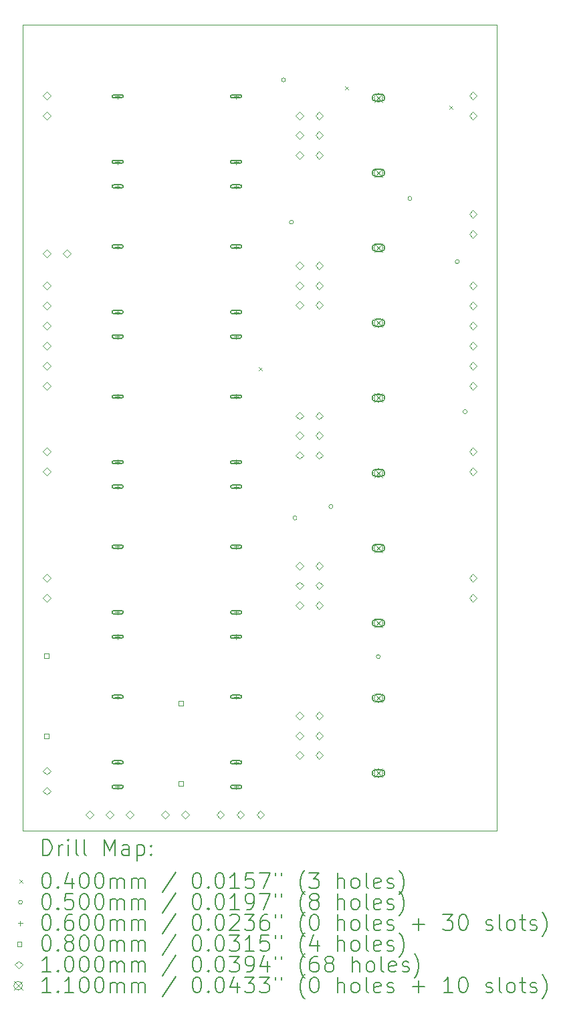
<source format=gbr>
%FSLAX45Y45*%
G04 Gerber Fmt 4.5, Leading zero omitted, Abs format (unit mm)*
G04 Created by KiCad (PCBNEW (6.0.4)) date 2023-11-12 14:02:15*
%MOMM*%
%LPD*%
G01*
G04 APERTURE LIST*
%TA.AperFunction,Profile*%
%ADD10C,0.100000*%
%TD*%
%ADD11C,0.200000*%
%ADD12C,0.040000*%
%ADD13C,0.050000*%
%ADD14C,0.060000*%
%ADD15C,0.080000*%
%ADD16C,0.100000*%
%ADD17C,0.110000*%
G04 APERTURE END LIST*
D10*
X8300000Y-4800000D02*
X8300000Y-4600000D01*
X8300000Y-4800000D02*
X8300000Y-14800000D01*
X2300000Y-4600000D02*
X8300000Y-4600000D01*
X2300000Y-14800000D02*
X2300000Y-4800000D01*
X8300000Y-14800000D02*
X2300000Y-14800000D01*
X2300000Y-4800000D02*
X2300000Y-4600000D01*
D11*
D12*
X5287736Y-8937353D02*
X5327736Y-8977353D01*
X5327736Y-8937353D02*
X5287736Y-8977353D01*
X6380000Y-5380000D02*
X6420000Y-5420000D01*
X6420000Y-5380000D02*
X6380000Y-5420000D01*
X7701210Y-5626494D02*
X7741210Y-5666494D01*
X7741210Y-5626494D02*
X7701210Y-5666494D01*
D13*
X5625000Y-5300000D02*
G75*
G03*
X5625000Y-5300000I-25000J0D01*
G01*
X5725000Y-7100000D02*
G75*
G03*
X5725000Y-7100000I-25000J0D01*
G01*
X5770228Y-10843617D02*
G75*
G03*
X5770228Y-10843617I-25000J0D01*
G01*
X6225000Y-10700000D02*
G75*
G03*
X6225000Y-10700000I-25000J0D01*
G01*
X6825000Y-12600000D02*
G75*
G03*
X6825000Y-12600000I-25000J0D01*
G01*
X7225000Y-6800000D02*
G75*
G03*
X7225000Y-6800000I-25000J0D01*
G01*
X7825000Y-7600000D02*
G75*
G03*
X7825000Y-7600000I-25000J0D01*
G01*
X7924009Y-9499327D02*
G75*
G03*
X7924009Y-9499327I-25000J0D01*
G01*
D14*
X3500000Y-5478000D02*
X3500000Y-5538000D01*
X3470000Y-5508000D02*
X3530000Y-5508000D01*
D11*
X3450000Y-5528000D02*
X3550000Y-5528000D01*
X3450000Y-5488000D02*
X3550000Y-5488000D01*
X3550000Y-5528000D02*
G75*
G03*
X3550000Y-5488000I0J20000D01*
G01*
X3450000Y-5488000D02*
G75*
G03*
X3450000Y-5528000I0J-20000D01*
G01*
D14*
X3500000Y-6308000D02*
X3500000Y-6368000D01*
X3470000Y-6338000D02*
X3530000Y-6338000D01*
D11*
X3450000Y-6358000D02*
X3550000Y-6358000D01*
X3450000Y-6318000D02*
X3550000Y-6318000D01*
X3550000Y-6358000D02*
G75*
G03*
X3550000Y-6318000I0J20000D01*
G01*
X3450000Y-6318000D02*
G75*
G03*
X3450000Y-6358000I0J-20000D01*
G01*
D14*
X3500000Y-6618000D02*
X3500000Y-6678000D01*
X3470000Y-6648000D02*
X3530000Y-6648000D01*
D11*
X3450000Y-6668000D02*
X3550000Y-6668000D01*
X3450000Y-6628000D02*
X3550000Y-6628000D01*
X3550000Y-6668000D02*
G75*
G03*
X3550000Y-6628000I0J20000D01*
G01*
X3450000Y-6628000D02*
G75*
G03*
X3450000Y-6668000I0J-20000D01*
G01*
D14*
X3500000Y-7378000D02*
X3500000Y-7438000D01*
X3470000Y-7408000D02*
X3530000Y-7408000D01*
D11*
X3450000Y-7428000D02*
X3550000Y-7428000D01*
X3450000Y-7388000D02*
X3550000Y-7388000D01*
X3550000Y-7428000D02*
G75*
G03*
X3550000Y-7388000I0J20000D01*
G01*
X3450000Y-7388000D02*
G75*
G03*
X3450000Y-7428000I0J-20000D01*
G01*
D14*
X3500000Y-8208000D02*
X3500000Y-8268000D01*
X3470000Y-8238000D02*
X3530000Y-8238000D01*
D11*
X3450000Y-8258000D02*
X3550000Y-8258000D01*
X3450000Y-8218000D02*
X3550000Y-8218000D01*
X3550000Y-8258000D02*
G75*
G03*
X3550000Y-8218000I0J20000D01*
G01*
X3450000Y-8218000D02*
G75*
G03*
X3450000Y-8258000I0J-20000D01*
G01*
D14*
X3500000Y-8518000D02*
X3500000Y-8578000D01*
X3470000Y-8548000D02*
X3530000Y-8548000D01*
D11*
X3450000Y-8568000D02*
X3550000Y-8568000D01*
X3450000Y-8528000D02*
X3550000Y-8528000D01*
X3550000Y-8568000D02*
G75*
G03*
X3550000Y-8528000I0J20000D01*
G01*
X3450000Y-8528000D02*
G75*
G03*
X3450000Y-8568000I0J-20000D01*
G01*
D14*
X3500000Y-9278000D02*
X3500000Y-9338000D01*
X3470000Y-9308000D02*
X3530000Y-9308000D01*
D11*
X3450000Y-9328000D02*
X3550000Y-9328000D01*
X3450000Y-9288000D02*
X3550000Y-9288000D01*
X3550000Y-9328000D02*
G75*
G03*
X3550000Y-9288000I0J20000D01*
G01*
X3450000Y-9288000D02*
G75*
G03*
X3450000Y-9328000I0J-20000D01*
G01*
D14*
X3500000Y-10108000D02*
X3500000Y-10168000D01*
X3470000Y-10138000D02*
X3530000Y-10138000D01*
D11*
X3450000Y-10158000D02*
X3550000Y-10158000D01*
X3450000Y-10118000D02*
X3550000Y-10118000D01*
X3550000Y-10158000D02*
G75*
G03*
X3550000Y-10118000I0J20000D01*
G01*
X3450000Y-10118000D02*
G75*
G03*
X3450000Y-10158000I0J-20000D01*
G01*
D14*
X3500000Y-10418000D02*
X3500000Y-10478000D01*
X3470000Y-10448000D02*
X3530000Y-10448000D01*
D11*
X3450000Y-10468000D02*
X3550000Y-10468000D01*
X3450000Y-10428000D02*
X3550000Y-10428000D01*
X3550000Y-10468000D02*
G75*
G03*
X3550000Y-10428000I0J20000D01*
G01*
X3450000Y-10428000D02*
G75*
G03*
X3450000Y-10468000I0J-20000D01*
G01*
D14*
X3500000Y-11178000D02*
X3500000Y-11238000D01*
X3470000Y-11208000D02*
X3530000Y-11208000D01*
D11*
X3450000Y-11228000D02*
X3550000Y-11228000D01*
X3450000Y-11188000D02*
X3550000Y-11188000D01*
X3550000Y-11228000D02*
G75*
G03*
X3550000Y-11188000I0J20000D01*
G01*
X3450000Y-11188000D02*
G75*
G03*
X3450000Y-11228000I0J-20000D01*
G01*
D14*
X3500000Y-12008000D02*
X3500000Y-12068000D01*
X3470000Y-12038000D02*
X3530000Y-12038000D01*
D11*
X3450000Y-12058000D02*
X3550000Y-12058000D01*
X3450000Y-12018000D02*
X3550000Y-12018000D01*
X3550000Y-12058000D02*
G75*
G03*
X3550000Y-12018000I0J20000D01*
G01*
X3450000Y-12018000D02*
G75*
G03*
X3450000Y-12058000I0J-20000D01*
G01*
D14*
X3500000Y-12318000D02*
X3500000Y-12378000D01*
X3470000Y-12348000D02*
X3530000Y-12348000D01*
D11*
X3450000Y-12368000D02*
X3550000Y-12368000D01*
X3450000Y-12328000D02*
X3550000Y-12328000D01*
X3550000Y-12368000D02*
G75*
G03*
X3550000Y-12328000I0J20000D01*
G01*
X3450000Y-12328000D02*
G75*
G03*
X3450000Y-12368000I0J-20000D01*
G01*
D14*
X3500000Y-13078000D02*
X3500000Y-13138000D01*
X3470000Y-13108000D02*
X3530000Y-13108000D01*
D11*
X3450000Y-13128000D02*
X3550000Y-13128000D01*
X3450000Y-13088000D02*
X3550000Y-13088000D01*
X3550000Y-13128000D02*
G75*
G03*
X3550000Y-13088000I0J20000D01*
G01*
X3450000Y-13088000D02*
G75*
G03*
X3450000Y-13128000I0J-20000D01*
G01*
D14*
X3500000Y-13908000D02*
X3500000Y-13968000D01*
X3470000Y-13938000D02*
X3530000Y-13938000D01*
D11*
X3450000Y-13958000D02*
X3550000Y-13958000D01*
X3450000Y-13918000D02*
X3550000Y-13918000D01*
X3550000Y-13958000D02*
G75*
G03*
X3550000Y-13918000I0J20000D01*
G01*
X3450000Y-13918000D02*
G75*
G03*
X3450000Y-13958000I0J-20000D01*
G01*
D14*
X3500000Y-14218000D02*
X3500000Y-14278000D01*
X3470000Y-14248000D02*
X3530000Y-14248000D01*
D11*
X3450000Y-14268000D02*
X3550000Y-14268000D01*
X3450000Y-14228000D02*
X3550000Y-14228000D01*
X3550000Y-14268000D02*
G75*
G03*
X3550000Y-14228000I0J20000D01*
G01*
X3450000Y-14228000D02*
G75*
G03*
X3450000Y-14268000I0J-20000D01*
G01*
D14*
X5000000Y-5478000D02*
X5000000Y-5538000D01*
X4970000Y-5508000D02*
X5030000Y-5508000D01*
D11*
X4950000Y-5528000D02*
X5050000Y-5528000D01*
X4950000Y-5488000D02*
X5050000Y-5488000D01*
X5050000Y-5528000D02*
G75*
G03*
X5050000Y-5488000I0J20000D01*
G01*
X4950000Y-5488000D02*
G75*
G03*
X4950000Y-5528000I0J-20000D01*
G01*
D14*
X5000000Y-6308000D02*
X5000000Y-6368000D01*
X4970000Y-6338000D02*
X5030000Y-6338000D01*
D11*
X4950000Y-6358000D02*
X5050000Y-6358000D01*
X4950000Y-6318000D02*
X5050000Y-6318000D01*
X5050000Y-6358000D02*
G75*
G03*
X5050000Y-6318000I0J20000D01*
G01*
X4950000Y-6318000D02*
G75*
G03*
X4950000Y-6358000I0J-20000D01*
G01*
D14*
X5000000Y-6618000D02*
X5000000Y-6678000D01*
X4970000Y-6648000D02*
X5030000Y-6648000D01*
D11*
X4950000Y-6668000D02*
X5050000Y-6668000D01*
X4950000Y-6628000D02*
X5050000Y-6628000D01*
X5050000Y-6668000D02*
G75*
G03*
X5050000Y-6628000I0J20000D01*
G01*
X4950000Y-6628000D02*
G75*
G03*
X4950000Y-6668000I0J-20000D01*
G01*
D14*
X5000000Y-7378000D02*
X5000000Y-7438000D01*
X4970000Y-7408000D02*
X5030000Y-7408000D01*
D11*
X4950000Y-7428000D02*
X5050000Y-7428000D01*
X4950000Y-7388000D02*
X5050000Y-7388000D01*
X5050000Y-7428000D02*
G75*
G03*
X5050000Y-7388000I0J20000D01*
G01*
X4950000Y-7388000D02*
G75*
G03*
X4950000Y-7428000I0J-20000D01*
G01*
D14*
X5000000Y-8208000D02*
X5000000Y-8268000D01*
X4970000Y-8238000D02*
X5030000Y-8238000D01*
D11*
X4950000Y-8258000D02*
X5050000Y-8258000D01*
X4950000Y-8218000D02*
X5050000Y-8218000D01*
X5050000Y-8258000D02*
G75*
G03*
X5050000Y-8218000I0J20000D01*
G01*
X4950000Y-8218000D02*
G75*
G03*
X4950000Y-8258000I0J-20000D01*
G01*
D14*
X5000000Y-8518000D02*
X5000000Y-8578000D01*
X4970000Y-8548000D02*
X5030000Y-8548000D01*
D11*
X4950000Y-8568000D02*
X5050000Y-8568000D01*
X4950000Y-8528000D02*
X5050000Y-8528000D01*
X5050000Y-8568000D02*
G75*
G03*
X5050000Y-8528000I0J20000D01*
G01*
X4950000Y-8528000D02*
G75*
G03*
X4950000Y-8568000I0J-20000D01*
G01*
D14*
X5000000Y-9278000D02*
X5000000Y-9338000D01*
X4970000Y-9308000D02*
X5030000Y-9308000D01*
D11*
X4950000Y-9328000D02*
X5050000Y-9328000D01*
X4950000Y-9288000D02*
X5050000Y-9288000D01*
X5050000Y-9328000D02*
G75*
G03*
X5050000Y-9288000I0J20000D01*
G01*
X4950000Y-9288000D02*
G75*
G03*
X4950000Y-9328000I0J-20000D01*
G01*
D14*
X5000000Y-10108000D02*
X5000000Y-10168000D01*
X4970000Y-10138000D02*
X5030000Y-10138000D01*
D11*
X4950000Y-10158000D02*
X5050000Y-10158000D01*
X4950000Y-10118000D02*
X5050000Y-10118000D01*
X5050000Y-10158000D02*
G75*
G03*
X5050000Y-10118000I0J20000D01*
G01*
X4950000Y-10118000D02*
G75*
G03*
X4950000Y-10158000I0J-20000D01*
G01*
D14*
X5000000Y-10418000D02*
X5000000Y-10478000D01*
X4970000Y-10448000D02*
X5030000Y-10448000D01*
D11*
X4950000Y-10468000D02*
X5050000Y-10468000D01*
X4950000Y-10428000D02*
X5050000Y-10428000D01*
X5050000Y-10468000D02*
G75*
G03*
X5050000Y-10428000I0J20000D01*
G01*
X4950000Y-10428000D02*
G75*
G03*
X4950000Y-10468000I0J-20000D01*
G01*
D14*
X5000000Y-11178000D02*
X5000000Y-11238000D01*
X4970000Y-11208000D02*
X5030000Y-11208000D01*
D11*
X4950000Y-11228000D02*
X5050000Y-11228000D01*
X4950000Y-11188000D02*
X5050000Y-11188000D01*
X5050000Y-11228000D02*
G75*
G03*
X5050000Y-11188000I0J20000D01*
G01*
X4950000Y-11188000D02*
G75*
G03*
X4950000Y-11228000I0J-20000D01*
G01*
D14*
X5000000Y-12008000D02*
X5000000Y-12068000D01*
X4970000Y-12038000D02*
X5030000Y-12038000D01*
D11*
X4950000Y-12058000D02*
X5050000Y-12058000D01*
X4950000Y-12018000D02*
X5050000Y-12018000D01*
X5050000Y-12058000D02*
G75*
G03*
X5050000Y-12018000I0J20000D01*
G01*
X4950000Y-12018000D02*
G75*
G03*
X4950000Y-12058000I0J-20000D01*
G01*
D14*
X5000000Y-12318000D02*
X5000000Y-12378000D01*
X4970000Y-12348000D02*
X5030000Y-12348000D01*
D11*
X4950000Y-12368000D02*
X5050000Y-12368000D01*
X4950000Y-12328000D02*
X5050000Y-12328000D01*
X5050000Y-12368000D02*
G75*
G03*
X5050000Y-12328000I0J20000D01*
G01*
X4950000Y-12328000D02*
G75*
G03*
X4950000Y-12368000I0J-20000D01*
G01*
D14*
X5000000Y-13078000D02*
X5000000Y-13138000D01*
X4970000Y-13108000D02*
X5030000Y-13108000D01*
D11*
X4950000Y-13128000D02*
X5050000Y-13128000D01*
X4950000Y-13088000D02*
X5050000Y-13088000D01*
X5050000Y-13128000D02*
G75*
G03*
X5050000Y-13088000I0J20000D01*
G01*
X4950000Y-13088000D02*
G75*
G03*
X4950000Y-13128000I0J-20000D01*
G01*
D14*
X5000000Y-13908000D02*
X5000000Y-13968000D01*
X4970000Y-13938000D02*
X5030000Y-13938000D01*
D11*
X4950000Y-13958000D02*
X5050000Y-13958000D01*
X4950000Y-13918000D02*
X5050000Y-13918000D01*
X5050000Y-13958000D02*
G75*
G03*
X5050000Y-13918000I0J20000D01*
G01*
X4950000Y-13918000D02*
G75*
G03*
X4950000Y-13958000I0J-20000D01*
G01*
D14*
X5000000Y-14218000D02*
X5000000Y-14278000D01*
X4970000Y-14248000D02*
X5030000Y-14248000D01*
D11*
X4950000Y-14268000D02*
X5050000Y-14268000D01*
X4950000Y-14228000D02*
X5050000Y-14228000D01*
X5050000Y-14268000D02*
G75*
G03*
X5050000Y-14228000I0J20000D01*
G01*
X4950000Y-14228000D02*
G75*
G03*
X4950000Y-14268000I0J-20000D01*
G01*
D15*
X2628285Y-12620284D02*
X2628285Y-12563715D01*
X2571716Y-12563715D01*
X2571716Y-12620284D01*
X2628285Y-12620284D01*
X2628285Y-13636284D02*
X2628285Y-13579715D01*
X2571716Y-13579715D01*
X2571716Y-13636284D01*
X2628285Y-13636284D01*
X4328285Y-13220284D02*
X4328285Y-13163715D01*
X4271716Y-13163715D01*
X4271716Y-13220284D01*
X4328285Y-13220284D01*
X4328285Y-14236284D02*
X4328285Y-14179715D01*
X4271716Y-14179715D01*
X4271716Y-14236284D01*
X4328285Y-14236284D01*
D16*
X2600000Y-5550000D02*
X2650000Y-5500000D01*
X2600000Y-5450000D01*
X2550000Y-5500000D01*
X2600000Y-5550000D01*
X2600000Y-5804000D02*
X2650000Y-5754000D01*
X2600000Y-5704000D01*
X2550000Y-5754000D01*
X2600000Y-5804000D01*
X2600000Y-7550000D02*
X2650000Y-7500000D01*
X2600000Y-7450000D01*
X2550000Y-7500000D01*
X2600000Y-7550000D01*
X2600000Y-7950000D02*
X2650000Y-7900000D01*
X2600000Y-7850000D01*
X2550000Y-7900000D01*
X2600000Y-7950000D01*
X2600000Y-8204000D02*
X2650000Y-8154000D01*
X2600000Y-8104000D01*
X2550000Y-8154000D01*
X2600000Y-8204000D01*
X2600000Y-8458000D02*
X2650000Y-8408000D01*
X2600000Y-8358000D01*
X2550000Y-8408000D01*
X2600000Y-8458000D01*
X2600000Y-8712000D02*
X2650000Y-8662000D01*
X2600000Y-8612000D01*
X2550000Y-8662000D01*
X2600000Y-8712000D01*
X2600000Y-8966000D02*
X2650000Y-8916000D01*
X2600000Y-8866000D01*
X2550000Y-8916000D01*
X2600000Y-8966000D01*
X2600000Y-9220000D02*
X2650000Y-9170000D01*
X2600000Y-9120000D01*
X2550000Y-9170000D01*
X2600000Y-9220000D01*
X2600000Y-10050000D02*
X2650000Y-10000000D01*
X2600000Y-9950000D01*
X2550000Y-10000000D01*
X2600000Y-10050000D01*
X2600000Y-10304000D02*
X2650000Y-10254000D01*
X2600000Y-10204000D01*
X2550000Y-10254000D01*
X2600000Y-10304000D01*
X2600000Y-11650000D02*
X2650000Y-11600000D01*
X2600000Y-11550000D01*
X2550000Y-11600000D01*
X2600000Y-11650000D01*
X2600000Y-11904000D02*
X2650000Y-11854000D01*
X2600000Y-11804000D01*
X2550000Y-11854000D01*
X2600000Y-11904000D01*
X2600000Y-14096000D02*
X2650000Y-14046000D01*
X2600000Y-13996000D01*
X2550000Y-14046000D01*
X2600000Y-14096000D01*
X2600000Y-14350000D02*
X2650000Y-14300000D01*
X2600000Y-14250000D01*
X2550000Y-14300000D01*
X2600000Y-14350000D01*
X2854000Y-7550000D02*
X2904000Y-7500000D01*
X2854000Y-7450000D01*
X2804000Y-7500000D01*
X2854000Y-7550000D01*
X3147500Y-14652500D02*
X3197500Y-14602500D01*
X3147500Y-14552500D01*
X3097500Y-14602500D01*
X3147500Y-14652500D01*
X3401500Y-14652500D02*
X3451500Y-14602500D01*
X3401500Y-14552500D01*
X3351500Y-14602500D01*
X3401500Y-14652500D01*
X3655500Y-14652500D02*
X3705500Y-14602500D01*
X3655500Y-14552500D01*
X3605500Y-14602500D01*
X3655500Y-14652500D01*
X4100000Y-14650000D02*
X4150000Y-14600000D01*
X4100000Y-14550000D01*
X4050000Y-14600000D01*
X4100000Y-14650000D01*
X4354000Y-14650000D02*
X4404000Y-14600000D01*
X4354000Y-14550000D01*
X4304000Y-14600000D01*
X4354000Y-14650000D01*
X4800000Y-14650000D02*
X4850000Y-14600000D01*
X4800000Y-14550000D01*
X4750000Y-14600000D01*
X4800000Y-14650000D01*
X5054000Y-14650000D02*
X5104000Y-14600000D01*
X5054000Y-14550000D01*
X5004000Y-14600000D01*
X5054000Y-14650000D01*
X5308000Y-14650000D02*
X5358000Y-14600000D01*
X5308000Y-14550000D01*
X5258000Y-14600000D01*
X5308000Y-14650000D01*
X5802500Y-5800000D02*
X5852500Y-5750000D01*
X5802500Y-5700000D01*
X5752500Y-5750000D01*
X5802500Y-5800000D01*
X5802500Y-6050000D02*
X5852500Y-6000000D01*
X5802500Y-5950000D01*
X5752500Y-6000000D01*
X5802500Y-6050000D01*
X5802500Y-6300000D02*
X5852500Y-6250000D01*
X5802500Y-6200000D01*
X5752500Y-6250000D01*
X5802500Y-6300000D01*
X5802500Y-7700000D02*
X5852500Y-7650000D01*
X5802500Y-7600000D01*
X5752500Y-7650000D01*
X5802500Y-7700000D01*
X5802500Y-7950000D02*
X5852500Y-7900000D01*
X5802500Y-7850000D01*
X5752500Y-7900000D01*
X5802500Y-7950000D01*
X5802500Y-8200000D02*
X5852500Y-8150000D01*
X5802500Y-8100000D01*
X5752500Y-8150000D01*
X5802500Y-8200000D01*
X5802500Y-9600000D02*
X5852500Y-9550000D01*
X5802500Y-9500000D01*
X5752500Y-9550000D01*
X5802500Y-9600000D01*
X5802500Y-9850000D02*
X5852500Y-9800000D01*
X5802500Y-9750000D01*
X5752500Y-9800000D01*
X5802500Y-9850000D01*
X5802500Y-10100000D02*
X5852500Y-10050000D01*
X5802500Y-10000000D01*
X5752500Y-10050000D01*
X5802500Y-10100000D01*
X5802500Y-11500000D02*
X5852500Y-11450000D01*
X5802500Y-11400000D01*
X5752500Y-11450000D01*
X5802500Y-11500000D01*
X5802500Y-11750000D02*
X5852500Y-11700000D01*
X5802500Y-11650000D01*
X5752500Y-11700000D01*
X5802500Y-11750000D01*
X5802500Y-12000000D02*
X5852500Y-11950000D01*
X5802500Y-11900000D01*
X5752500Y-11950000D01*
X5802500Y-12000000D01*
X5802500Y-13400000D02*
X5852500Y-13350000D01*
X5802500Y-13300000D01*
X5752500Y-13350000D01*
X5802500Y-13400000D01*
X5802500Y-13650000D02*
X5852500Y-13600000D01*
X5802500Y-13550000D01*
X5752500Y-13600000D01*
X5802500Y-13650000D01*
X5802500Y-13900000D02*
X5852500Y-13850000D01*
X5802500Y-13800000D01*
X5752500Y-13850000D01*
X5802500Y-13900000D01*
X6052500Y-5800000D02*
X6102500Y-5750000D01*
X6052500Y-5700000D01*
X6002500Y-5750000D01*
X6052500Y-5800000D01*
X6052500Y-6050000D02*
X6102500Y-6000000D01*
X6052500Y-5950000D01*
X6002500Y-6000000D01*
X6052500Y-6050000D01*
X6052500Y-6300000D02*
X6102500Y-6250000D01*
X6052500Y-6200000D01*
X6002500Y-6250000D01*
X6052500Y-6300000D01*
X6052500Y-7700000D02*
X6102500Y-7650000D01*
X6052500Y-7600000D01*
X6002500Y-7650000D01*
X6052500Y-7700000D01*
X6052500Y-7950000D02*
X6102500Y-7900000D01*
X6052500Y-7850000D01*
X6002500Y-7900000D01*
X6052500Y-7950000D01*
X6052500Y-8200000D02*
X6102500Y-8150000D01*
X6052500Y-8100000D01*
X6002500Y-8150000D01*
X6052500Y-8200000D01*
X6052500Y-9600000D02*
X6102500Y-9550000D01*
X6052500Y-9500000D01*
X6002500Y-9550000D01*
X6052500Y-9600000D01*
X6052500Y-9850000D02*
X6102500Y-9800000D01*
X6052500Y-9750000D01*
X6002500Y-9800000D01*
X6052500Y-9850000D01*
X6052500Y-10100000D02*
X6102500Y-10050000D01*
X6052500Y-10000000D01*
X6002500Y-10050000D01*
X6052500Y-10100000D01*
X6052500Y-11500000D02*
X6102500Y-11450000D01*
X6052500Y-11400000D01*
X6002500Y-11450000D01*
X6052500Y-11500000D01*
X6052500Y-11750000D02*
X6102500Y-11700000D01*
X6052500Y-11650000D01*
X6002500Y-11700000D01*
X6052500Y-11750000D01*
X6052500Y-12000000D02*
X6102500Y-11950000D01*
X6052500Y-11900000D01*
X6002500Y-11950000D01*
X6052500Y-12000000D01*
X6052500Y-13400000D02*
X6102500Y-13350000D01*
X6052500Y-13300000D01*
X6002500Y-13350000D01*
X6052500Y-13400000D01*
X6052500Y-13650000D02*
X6102500Y-13600000D01*
X6052500Y-13550000D01*
X6002500Y-13600000D01*
X6052500Y-13650000D01*
X6052500Y-13900000D02*
X6102500Y-13850000D01*
X6052500Y-13800000D01*
X6002500Y-13850000D01*
X6052500Y-13900000D01*
X8000000Y-5550000D02*
X8050000Y-5500000D01*
X8000000Y-5450000D01*
X7950000Y-5500000D01*
X8000000Y-5550000D01*
X8000000Y-5804000D02*
X8050000Y-5754000D01*
X8000000Y-5704000D01*
X7950000Y-5754000D01*
X8000000Y-5804000D01*
X8000000Y-7050000D02*
X8050000Y-7000000D01*
X8000000Y-6950000D01*
X7950000Y-7000000D01*
X8000000Y-7050000D01*
X8000000Y-7304000D02*
X8050000Y-7254000D01*
X8000000Y-7204000D01*
X7950000Y-7254000D01*
X8000000Y-7304000D01*
X8000000Y-7950000D02*
X8050000Y-7900000D01*
X8000000Y-7850000D01*
X7950000Y-7900000D01*
X8000000Y-7950000D01*
X8000000Y-8204000D02*
X8050000Y-8154000D01*
X8000000Y-8104000D01*
X7950000Y-8154000D01*
X8000000Y-8204000D01*
X8000000Y-8458000D02*
X8050000Y-8408000D01*
X8000000Y-8358000D01*
X7950000Y-8408000D01*
X8000000Y-8458000D01*
X8000000Y-8712000D02*
X8050000Y-8662000D01*
X8000000Y-8612000D01*
X7950000Y-8662000D01*
X8000000Y-8712000D01*
X8000000Y-8966000D02*
X8050000Y-8916000D01*
X8000000Y-8866000D01*
X7950000Y-8916000D01*
X8000000Y-8966000D01*
X8000000Y-9220000D02*
X8050000Y-9170000D01*
X8000000Y-9120000D01*
X7950000Y-9170000D01*
X8000000Y-9220000D01*
X8000000Y-10050000D02*
X8050000Y-10000000D01*
X8000000Y-9950000D01*
X7950000Y-10000000D01*
X8000000Y-10050000D01*
X8000000Y-10304000D02*
X8050000Y-10254000D01*
X8000000Y-10204000D01*
X7950000Y-10254000D01*
X8000000Y-10304000D01*
X8000000Y-11650000D02*
X8050000Y-11600000D01*
X8000000Y-11550000D01*
X7950000Y-11600000D01*
X8000000Y-11650000D01*
X8000000Y-11904000D02*
X8050000Y-11854000D01*
X8000000Y-11804000D01*
X7950000Y-11854000D01*
X8000000Y-11904000D01*
D17*
X6747500Y-5470000D02*
X6857500Y-5580000D01*
X6857500Y-5470000D02*
X6747500Y-5580000D01*
X6857500Y-5525000D02*
G75*
G03*
X6857500Y-5525000I-55000J0D01*
G01*
D11*
X6767500Y-5570000D02*
X6837500Y-5570000D01*
X6767500Y-5480000D02*
X6837500Y-5480000D01*
X6837500Y-5570000D02*
G75*
G03*
X6837500Y-5480000I0J45000D01*
G01*
X6767500Y-5480000D02*
G75*
G03*
X6767500Y-5570000I0J-45000D01*
G01*
D17*
X6747500Y-6420000D02*
X6857500Y-6530000D01*
X6857500Y-6420000D02*
X6747500Y-6530000D01*
X6857500Y-6475000D02*
G75*
G03*
X6857500Y-6475000I-55000J0D01*
G01*
D11*
X6767500Y-6520000D02*
X6837500Y-6520000D01*
X6767500Y-6430000D02*
X6837500Y-6430000D01*
X6837500Y-6520000D02*
G75*
G03*
X6837500Y-6430000I0J45000D01*
G01*
X6767500Y-6430000D02*
G75*
G03*
X6767500Y-6520000I0J-45000D01*
G01*
D17*
X6747500Y-7370000D02*
X6857500Y-7480000D01*
X6857500Y-7370000D02*
X6747500Y-7480000D01*
X6857500Y-7425000D02*
G75*
G03*
X6857500Y-7425000I-55000J0D01*
G01*
D11*
X6767500Y-7470000D02*
X6837500Y-7470000D01*
X6767500Y-7380000D02*
X6837500Y-7380000D01*
X6837500Y-7470000D02*
G75*
G03*
X6837500Y-7380000I0J45000D01*
G01*
X6767500Y-7380000D02*
G75*
G03*
X6767500Y-7470000I0J-45000D01*
G01*
D17*
X6747500Y-8320000D02*
X6857500Y-8430000D01*
X6857500Y-8320000D02*
X6747500Y-8430000D01*
X6857500Y-8375000D02*
G75*
G03*
X6857500Y-8375000I-55000J0D01*
G01*
D11*
X6767500Y-8420000D02*
X6837500Y-8420000D01*
X6767500Y-8330000D02*
X6837500Y-8330000D01*
X6837500Y-8420000D02*
G75*
G03*
X6837500Y-8330000I0J45000D01*
G01*
X6767500Y-8330000D02*
G75*
G03*
X6767500Y-8420000I0J-45000D01*
G01*
D17*
X6747500Y-9270000D02*
X6857500Y-9380000D01*
X6857500Y-9270000D02*
X6747500Y-9380000D01*
X6857500Y-9325000D02*
G75*
G03*
X6857500Y-9325000I-55000J0D01*
G01*
D11*
X6767500Y-9370000D02*
X6837500Y-9370000D01*
X6767500Y-9280000D02*
X6837500Y-9280000D01*
X6837500Y-9370000D02*
G75*
G03*
X6837500Y-9280000I0J45000D01*
G01*
X6767500Y-9280000D02*
G75*
G03*
X6767500Y-9370000I0J-45000D01*
G01*
D17*
X6747500Y-10220000D02*
X6857500Y-10330000D01*
X6857500Y-10220000D02*
X6747500Y-10330000D01*
X6857500Y-10275000D02*
G75*
G03*
X6857500Y-10275000I-55000J0D01*
G01*
D11*
X6767500Y-10320000D02*
X6837500Y-10320000D01*
X6767500Y-10230000D02*
X6837500Y-10230000D01*
X6837500Y-10320000D02*
G75*
G03*
X6837500Y-10230000I0J45000D01*
G01*
X6767500Y-10230000D02*
G75*
G03*
X6767500Y-10320000I0J-45000D01*
G01*
D17*
X6747500Y-11170000D02*
X6857500Y-11280000D01*
X6857500Y-11170000D02*
X6747500Y-11280000D01*
X6857500Y-11225000D02*
G75*
G03*
X6857500Y-11225000I-55000J0D01*
G01*
D11*
X6767500Y-11270000D02*
X6837500Y-11270000D01*
X6767500Y-11180000D02*
X6837500Y-11180000D01*
X6837500Y-11270000D02*
G75*
G03*
X6837500Y-11180000I0J45000D01*
G01*
X6767500Y-11180000D02*
G75*
G03*
X6767500Y-11270000I0J-45000D01*
G01*
D17*
X6747500Y-12120000D02*
X6857500Y-12230000D01*
X6857500Y-12120000D02*
X6747500Y-12230000D01*
X6857500Y-12175000D02*
G75*
G03*
X6857500Y-12175000I-55000J0D01*
G01*
D11*
X6767500Y-12220000D02*
X6837500Y-12220000D01*
X6767500Y-12130000D02*
X6837500Y-12130000D01*
X6837500Y-12220000D02*
G75*
G03*
X6837500Y-12130000I0J45000D01*
G01*
X6767500Y-12130000D02*
G75*
G03*
X6767500Y-12220000I0J-45000D01*
G01*
D17*
X6747500Y-13070000D02*
X6857500Y-13180000D01*
X6857500Y-13070000D02*
X6747500Y-13180000D01*
X6857500Y-13125000D02*
G75*
G03*
X6857500Y-13125000I-55000J0D01*
G01*
D11*
X6767500Y-13170000D02*
X6837500Y-13170000D01*
X6767500Y-13080000D02*
X6837500Y-13080000D01*
X6837500Y-13170000D02*
G75*
G03*
X6837500Y-13080000I0J45000D01*
G01*
X6767500Y-13080000D02*
G75*
G03*
X6767500Y-13170000I0J-45000D01*
G01*
D17*
X6747500Y-14020000D02*
X6857500Y-14130000D01*
X6857500Y-14020000D02*
X6747500Y-14130000D01*
X6857500Y-14075000D02*
G75*
G03*
X6857500Y-14075000I-55000J0D01*
G01*
D11*
X6767500Y-14120000D02*
X6837500Y-14120000D01*
X6767500Y-14030000D02*
X6837500Y-14030000D01*
X6837500Y-14120000D02*
G75*
G03*
X6837500Y-14030000I0J45000D01*
G01*
X6767500Y-14030000D02*
G75*
G03*
X6767500Y-14120000I0J-45000D01*
G01*
X2552619Y-15115476D02*
X2552619Y-14915476D01*
X2600238Y-14915476D01*
X2628810Y-14925000D01*
X2647857Y-14944048D01*
X2657381Y-14963095D01*
X2666905Y-15001190D01*
X2666905Y-15029762D01*
X2657381Y-15067857D01*
X2647857Y-15086905D01*
X2628810Y-15105952D01*
X2600238Y-15115476D01*
X2552619Y-15115476D01*
X2752619Y-15115476D02*
X2752619Y-14982143D01*
X2752619Y-15020238D02*
X2762143Y-15001190D01*
X2771667Y-14991667D01*
X2790714Y-14982143D01*
X2809762Y-14982143D01*
X2876428Y-15115476D02*
X2876428Y-14982143D01*
X2876428Y-14915476D02*
X2866905Y-14925000D01*
X2876428Y-14934524D01*
X2885952Y-14925000D01*
X2876428Y-14915476D01*
X2876428Y-14934524D01*
X3000238Y-15115476D02*
X2981190Y-15105952D01*
X2971667Y-15086905D01*
X2971667Y-14915476D01*
X3105000Y-15115476D02*
X3085952Y-15105952D01*
X3076428Y-15086905D01*
X3076428Y-14915476D01*
X3333571Y-15115476D02*
X3333571Y-14915476D01*
X3400238Y-15058333D01*
X3466905Y-14915476D01*
X3466905Y-15115476D01*
X3647857Y-15115476D02*
X3647857Y-15010714D01*
X3638333Y-14991667D01*
X3619286Y-14982143D01*
X3581190Y-14982143D01*
X3562143Y-14991667D01*
X3647857Y-15105952D02*
X3628809Y-15115476D01*
X3581190Y-15115476D01*
X3562143Y-15105952D01*
X3552619Y-15086905D01*
X3552619Y-15067857D01*
X3562143Y-15048809D01*
X3581190Y-15039286D01*
X3628809Y-15039286D01*
X3647857Y-15029762D01*
X3743095Y-14982143D02*
X3743095Y-15182143D01*
X3743095Y-14991667D02*
X3762143Y-14982143D01*
X3800238Y-14982143D01*
X3819286Y-14991667D01*
X3828809Y-15001190D01*
X3838333Y-15020238D01*
X3838333Y-15077381D01*
X3828809Y-15096428D01*
X3819286Y-15105952D01*
X3800238Y-15115476D01*
X3762143Y-15115476D01*
X3743095Y-15105952D01*
X3924048Y-15096428D02*
X3933571Y-15105952D01*
X3924048Y-15115476D01*
X3914524Y-15105952D01*
X3924048Y-15096428D01*
X3924048Y-15115476D01*
X3924048Y-14991667D02*
X3933571Y-15001190D01*
X3924048Y-15010714D01*
X3914524Y-15001190D01*
X3924048Y-14991667D01*
X3924048Y-15010714D01*
D12*
X2255000Y-15425000D02*
X2295000Y-15465000D01*
X2295000Y-15425000D02*
X2255000Y-15465000D01*
D11*
X2590714Y-15335476D02*
X2609762Y-15335476D01*
X2628810Y-15345000D01*
X2638333Y-15354524D01*
X2647857Y-15373571D01*
X2657381Y-15411667D01*
X2657381Y-15459286D01*
X2647857Y-15497381D01*
X2638333Y-15516428D01*
X2628810Y-15525952D01*
X2609762Y-15535476D01*
X2590714Y-15535476D01*
X2571667Y-15525952D01*
X2562143Y-15516428D01*
X2552619Y-15497381D01*
X2543095Y-15459286D01*
X2543095Y-15411667D01*
X2552619Y-15373571D01*
X2562143Y-15354524D01*
X2571667Y-15345000D01*
X2590714Y-15335476D01*
X2743095Y-15516428D02*
X2752619Y-15525952D01*
X2743095Y-15535476D01*
X2733571Y-15525952D01*
X2743095Y-15516428D01*
X2743095Y-15535476D01*
X2924048Y-15402143D02*
X2924048Y-15535476D01*
X2876428Y-15325952D02*
X2828809Y-15468809D01*
X2952619Y-15468809D01*
X3066905Y-15335476D02*
X3085952Y-15335476D01*
X3105000Y-15345000D01*
X3114524Y-15354524D01*
X3124048Y-15373571D01*
X3133571Y-15411667D01*
X3133571Y-15459286D01*
X3124048Y-15497381D01*
X3114524Y-15516428D01*
X3105000Y-15525952D01*
X3085952Y-15535476D01*
X3066905Y-15535476D01*
X3047857Y-15525952D01*
X3038333Y-15516428D01*
X3028809Y-15497381D01*
X3019286Y-15459286D01*
X3019286Y-15411667D01*
X3028809Y-15373571D01*
X3038333Y-15354524D01*
X3047857Y-15345000D01*
X3066905Y-15335476D01*
X3257381Y-15335476D02*
X3276428Y-15335476D01*
X3295476Y-15345000D01*
X3305000Y-15354524D01*
X3314524Y-15373571D01*
X3324048Y-15411667D01*
X3324048Y-15459286D01*
X3314524Y-15497381D01*
X3305000Y-15516428D01*
X3295476Y-15525952D01*
X3276428Y-15535476D01*
X3257381Y-15535476D01*
X3238333Y-15525952D01*
X3228809Y-15516428D01*
X3219286Y-15497381D01*
X3209762Y-15459286D01*
X3209762Y-15411667D01*
X3219286Y-15373571D01*
X3228809Y-15354524D01*
X3238333Y-15345000D01*
X3257381Y-15335476D01*
X3409762Y-15535476D02*
X3409762Y-15402143D01*
X3409762Y-15421190D02*
X3419286Y-15411667D01*
X3438333Y-15402143D01*
X3466905Y-15402143D01*
X3485952Y-15411667D01*
X3495476Y-15430714D01*
X3495476Y-15535476D01*
X3495476Y-15430714D02*
X3505000Y-15411667D01*
X3524048Y-15402143D01*
X3552619Y-15402143D01*
X3571667Y-15411667D01*
X3581190Y-15430714D01*
X3581190Y-15535476D01*
X3676428Y-15535476D02*
X3676428Y-15402143D01*
X3676428Y-15421190D02*
X3685952Y-15411667D01*
X3705000Y-15402143D01*
X3733571Y-15402143D01*
X3752619Y-15411667D01*
X3762143Y-15430714D01*
X3762143Y-15535476D01*
X3762143Y-15430714D02*
X3771667Y-15411667D01*
X3790714Y-15402143D01*
X3819286Y-15402143D01*
X3838333Y-15411667D01*
X3847857Y-15430714D01*
X3847857Y-15535476D01*
X4238333Y-15325952D02*
X4066905Y-15583095D01*
X4495476Y-15335476D02*
X4514524Y-15335476D01*
X4533571Y-15345000D01*
X4543095Y-15354524D01*
X4552619Y-15373571D01*
X4562143Y-15411667D01*
X4562143Y-15459286D01*
X4552619Y-15497381D01*
X4543095Y-15516428D01*
X4533571Y-15525952D01*
X4514524Y-15535476D01*
X4495476Y-15535476D01*
X4476429Y-15525952D01*
X4466905Y-15516428D01*
X4457381Y-15497381D01*
X4447857Y-15459286D01*
X4447857Y-15411667D01*
X4457381Y-15373571D01*
X4466905Y-15354524D01*
X4476429Y-15345000D01*
X4495476Y-15335476D01*
X4647857Y-15516428D02*
X4657381Y-15525952D01*
X4647857Y-15535476D01*
X4638333Y-15525952D01*
X4647857Y-15516428D01*
X4647857Y-15535476D01*
X4781190Y-15335476D02*
X4800238Y-15335476D01*
X4819286Y-15345000D01*
X4828810Y-15354524D01*
X4838333Y-15373571D01*
X4847857Y-15411667D01*
X4847857Y-15459286D01*
X4838333Y-15497381D01*
X4828810Y-15516428D01*
X4819286Y-15525952D01*
X4800238Y-15535476D01*
X4781190Y-15535476D01*
X4762143Y-15525952D01*
X4752619Y-15516428D01*
X4743095Y-15497381D01*
X4733571Y-15459286D01*
X4733571Y-15411667D01*
X4743095Y-15373571D01*
X4752619Y-15354524D01*
X4762143Y-15345000D01*
X4781190Y-15335476D01*
X5038333Y-15535476D02*
X4924048Y-15535476D01*
X4981190Y-15535476D02*
X4981190Y-15335476D01*
X4962143Y-15364048D01*
X4943095Y-15383095D01*
X4924048Y-15392619D01*
X5219286Y-15335476D02*
X5124048Y-15335476D01*
X5114524Y-15430714D01*
X5124048Y-15421190D01*
X5143095Y-15411667D01*
X5190714Y-15411667D01*
X5209762Y-15421190D01*
X5219286Y-15430714D01*
X5228810Y-15449762D01*
X5228810Y-15497381D01*
X5219286Y-15516428D01*
X5209762Y-15525952D01*
X5190714Y-15535476D01*
X5143095Y-15535476D01*
X5124048Y-15525952D01*
X5114524Y-15516428D01*
X5295476Y-15335476D02*
X5428810Y-15335476D01*
X5343095Y-15535476D01*
X5495476Y-15335476D02*
X5495476Y-15373571D01*
X5571667Y-15335476D02*
X5571667Y-15373571D01*
X5866905Y-15611667D02*
X5857381Y-15602143D01*
X5838333Y-15573571D01*
X5828809Y-15554524D01*
X5819286Y-15525952D01*
X5809762Y-15478333D01*
X5809762Y-15440238D01*
X5819286Y-15392619D01*
X5828809Y-15364048D01*
X5838333Y-15345000D01*
X5857381Y-15316428D01*
X5866905Y-15306905D01*
X5924048Y-15335476D02*
X6047857Y-15335476D01*
X5981190Y-15411667D01*
X6009762Y-15411667D01*
X6028809Y-15421190D01*
X6038333Y-15430714D01*
X6047857Y-15449762D01*
X6047857Y-15497381D01*
X6038333Y-15516428D01*
X6028809Y-15525952D01*
X6009762Y-15535476D01*
X5952619Y-15535476D01*
X5933571Y-15525952D01*
X5924048Y-15516428D01*
X6285952Y-15535476D02*
X6285952Y-15335476D01*
X6371667Y-15535476D02*
X6371667Y-15430714D01*
X6362143Y-15411667D01*
X6343095Y-15402143D01*
X6314524Y-15402143D01*
X6295476Y-15411667D01*
X6285952Y-15421190D01*
X6495476Y-15535476D02*
X6476428Y-15525952D01*
X6466905Y-15516428D01*
X6457381Y-15497381D01*
X6457381Y-15440238D01*
X6466905Y-15421190D01*
X6476428Y-15411667D01*
X6495476Y-15402143D01*
X6524048Y-15402143D01*
X6543095Y-15411667D01*
X6552619Y-15421190D01*
X6562143Y-15440238D01*
X6562143Y-15497381D01*
X6552619Y-15516428D01*
X6543095Y-15525952D01*
X6524048Y-15535476D01*
X6495476Y-15535476D01*
X6676428Y-15535476D02*
X6657381Y-15525952D01*
X6647857Y-15506905D01*
X6647857Y-15335476D01*
X6828809Y-15525952D02*
X6809762Y-15535476D01*
X6771667Y-15535476D01*
X6752619Y-15525952D01*
X6743095Y-15506905D01*
X6743095Y-15430714D01*
X6752619Y-15411667D01*
X6771667Y-15402143D01*
X6809762Y-15402143D01*
X6828809Y-15411667D01*
X6838333Y-15430714D01*
X6838333Y-15449762D01*
X6743095Y-15468809D01*
X6914524Y-15525952D02*
X6933571Y-15535476D01*
X6971667Y-15535476D01*
X6990714Y-15525952D01*
X7000238Y-15506905D01*
X7000238Y-15497381D01*
X6990714Y-15478333D01*
X6971667Y-15468809D01*
X6943095Y-15468809D01*
X6924048Y-15459286D01*
X6914524Y-15440238D01*
X6914524Y-15430714D01*
X6924048Y-15411667D01*
X6943095Y-15402143D01*
X6971667Y-15402143D01*
X6990714Y-15411667D01*
X7066905Y-15611667D02*
X7076428Y-15602143D01*
X7095476Y-15573571D01*
X7105000Y-15554524D01*
X7114524Y-15525952D01*
X7124048Y-15478333D01*
X7124048Y-15440238D01*
X7114524Y-15392619D01*
X7105000Y-15364048D01*
X7095476Y-15345000D01*
X7076428Y-15316428D01*
X7066905Y-15306905D01*
D13*
X2295000Y-15709000D02*
G75*
G03*
X2295000Y-15709000I-25000J0D01*
G01*
D11*
X2590714Y-15599476D02*
X2609762Y-15599476D01*
X2628810Y-15609000D01*
X2638333Y-15618524D01*
X2647857Y-15637571D01*
X2657381Y-15675667D01*
X2657381Y-15723286D01*
X2647857Y-15761381D01*
X2638333Y-15780428D01*
X2628810Y-15789952D01*
X2609762Y-15799476D01*
X2590714Y-15799476D01*
X2571667Y-15789952D01*
X2562143Y-15780428D01*
X2552619Y-15761381D01*
X2543095Y-15723286D01*
X2543095Y-15675667D01*
X2552619Y-15637571D01*
X2562143Y-15618524D01*
X2571667Y-15609000D01*
X2590714Y-15599476D01*
X2743095Y-15780428D02*
X2752619Y-15789952D01*
X2743095Y-15799476D01*
X2733571Y-15789952D01*
X2743095Y-15780428D01*
X2743095Y-15799476D01*
X2933571Y-15599476D02*
X2838333Y-15599476D01*
X2828809Y-15694714D01*
X2838333Y-15685190D01*
X2857381Y-15675667D01*
X2905000Y-15675667D01*
X2924048Y-15685190D01*
X2933571Y-15694714D01*
X2943095Y-15713762D01*
X2943095Y-15761381D01*
X2933571Y-15780428D01*
X2924048Y-15789952D01*
X2905000Y-15799476D01*
X2857381Y-15799476D01*
X2838333Y-15789952D01*
X2828809Y-15780428D01*
X3066905Y-15599476D02*
X3085952Y-15599476D01*
X3105000Y-15609000D01*
X3114524Y-15618524D01*
X3124048Y-15637571D01*
X3133571Y-15675667D01*
X3133571Y-15723286D01*
X3124048Y-15761381D01*
X3114524Y-15780428D01*
X3105000Y-15789952D01*
X3085952Y-15799476D01*
X3066905Y-15799476D01*
X3047857Y-15789952D01*
X3038333Y-15780428D01*
X3028809Y-15761381D01*
X3019286Y-15723286D01*
X3019286Y-15675667D01*
X3028809Y-15637571D01*
X3038333Y-15618524D01*
X3047857Y-15609000D01*
X3066905Y-15599476D01*
X3257381Y-15599476D02*
X3276428Y-15599476D01*
X3295476Y-15609000D01*
X3305000Y-15618524D01*
X3314524Y-15637571D01*
X3324048Y-15675667D01*
X3324048Y-15723286D01*
X3314524Y-15761381D01*
X3305000Y-15780428D01*
X3295476Y-15789952D01*
X3276428Y-15799476D01*
X3257381Y-15799476D01*
X3238333Y-15789952D01*
X3228809Y-15780428D01*
X3219286Y-15761381D01*
X3209762Y-15723286D01*
X3209762Y-15675667D01*
X3219286Y-15637571D01*
X3228809Y-15618524D01*
X3238333Y-15609000D01*
X3257381Y-15599476D01*
X3409762Y-15799476D02*
X3409762Y-15666143D01*
X3409762Y-15685190D02*
X3419286Y-15675667D01*
X3438333Y-15666143D01*
X3466905Y-15666143D01*
X3485952Y-15675667D01*
X3495476Y-15694714D01*
X3495476Y-15799476D01*
X3495476Y-15694714D02*
X3505000Y-15675667D01*
X3524048Y-15666143D01*
X3552619Y-15666143D01*
X3571667Y-15675667D01*
X3581190Y-15694714D01*
X3581190Y-15799476D01*
X3676428Y-15799476D02*
X3676428Y-15666143D01*
X3676428Y-15685190D02*
X3685952Y-15675667D01*
X3705000Y-15666143D01*
X3733571Y-15666143D01*
X3752619Y-15675667D01*
X3762143Y-15694714D01*
X3762143Y-15799476D01*
X3762143Y-15694714D02*
X3771667Y-15675667D01*
X3790714Y-15666143D01*
X3819286Y-15666143D01*
X3838333Y-15675667D01*
X3847857Y-15694714D01*
X3847857Y-15799476D01*
X4238333Y-15589952D02*
X4066905Y-15847095D01*
X4495476Y-15599476D02*
X4514524Y-15599476D01*
X4533571Y-15609000D01*
X4543095Y-15618524D01*
X4552619Y-15637571D01*
X4562143Y-15675667D01*
X4562143Y-15723286D01*
X4552619Y-15761381D01*
X4543095Y-15780428D01*
X4533571Y-15789952D01*
X4514524Y-15799476D01*
X4495476Y-15799476D01*
X4476429Y-15789952D01*
X4466905Y-15780428D01*
X4457381Y-15761381D01*
X4447857Y-15723286D01*
X4447857Y-15675667D01*
X4457381Y-15637571D01*
X4466905Y-15618524D01*
X4476429Y-15609000D01*
X4495476Y-15599476D01*
X4647857Y-15780428D02*
X4657381Y-15789952D01*
X4647857Y-15799476D01*
X4638333Y-15789952D01*
X4647857Y-15780428D01*
X4647857Y-15799476D01*
X4781190Y-15599476D02*
X4800238Y-15599476D01*
X4819286Y-15609000D01*
X4828810Y-15618524D01*
X4838333Y-15637571D01*
X4847857Y-15675667D01*
X4847857Y-15723286D01*
X4838333Y-15761381D01*
X4828810Y-15780428D01*
X4819286Y-15789952D01*
X4800238Y-15799476D01*
X4781190Y-15799476D01*
X4762143Y-15789952D01*
X4752619Y-15780428D01*
X4743095Y-15761381D01*
X4733571Y-15723286D01*
X4733571Y-15675667D01*
X4743095Y-15637571D01*
X4752619Y-15618524D01*
X4762143Y-15609000D01*
X4781190Y-15599476D01*
X5038333Y-15799476D02*
X4924048Y-15799476D01*
X4981190Y-15799476D02*
X4981190Y-15599476D01*
X4962143Y-15628048D01*
X4943095Y-15647095D01*
X4924048Y-15656619D01*
X5133571Y-15799476D02*
X5171667Y-15799476D01*
X5190714Y-15789952D01*
X5200238Y-15780428D01*
X5219286Y-15751857D01*
X5228810Y-15713762D01*
X5228810Y-15637571D01*
X5219286Y-15618524D01*
X5209762Y-15609000D01*
X5190714Y-15599476D01*
X5152619Y-15599476D01*
X5133571Y-15609000D01*
X5124048Y-15618524D01*
X5114524Y-15637571D01*
X5114524Y-15685190D01*
X5124048Y-15704238D01*
X5133571Y-15713762D01*
X5152619Y-15723286D01*
X5190714Y-15723286D01*
X5209762Y-15713762D01*
X5219286Y-15704238D01*
X5228810Y-15685190D01*
X5295476Y-15599476D02*
X5428810Y-15599476D01*
X5343095Y-15799476D01*
X5495476Y-15599476D02*
X5495476Y-15637571D01*
X5571667Y-15599476D02*
X5571667Y-15637571D01*
X5866905Y-15875667D02*
X5857381Y-15866143D01*
X5838333Y-15837571D01*
X5828809Y-15818524D01*
X5819286Y-15789952D01*
X5809762Y-15742333D01*
X5809762Y-15704238D01*
X5819286Y-15656619D01*
X5828809Y-15628048D01*
X5838333Y-15609000D01*
X5857381Y-15580428D01*
X5866905Y-15570905D01*
X5971667Y-15685190D02*
X5952619Y-15675667D01*
X5943095Y-15666143D01*
X5933571Y-15647095D01*
X5933571Y-15637571D01*
X5943095Y-15618524D01*
X5952619Y-15609000D01*
X5971667Y-15599476D01*
X6009762Y-15599476D01*
X6028809Y-15609000D01*
X6038333Y-15618524D01*
X6047857Y-15637571D01*
X6047857Y-15647095D01*
X6038333Y-15666143D01*
X6028809Y-15675667D01*
X6009762Y-15685190D01*
X5971667Y-15685190D01*
X5952619Y-15694714D01*
X5943095Y-15704238D01*
X5933571Y-15723286D01*
X5933571Y-15761381D01*
X5943095Y-15780428D01*
X5952619Y-15789952D01*
X5971667Y-15799476D01*
X6009762Y-15799476D01*
X6028809Y-15789952D01*
X6038333Y-15780428D01*
X6047857Y-15761381D01*
X6047857Y-15723286D01*
X6038333Y-15704238D01*
X6028809Y-15694714D01*
X6009762Y-15685190D01*
X6285952Y-15799476D02*
X6285952Y-15599476D01*
X6371667Y-15799476D02*
X6371667Y-15694714D01*
X6362143Y-15675667D01*
X6343095Y-15666143D01*
X6314524Y-15666143D01*
X6295476Y-15675667D01*
X6285952Y-15685190D01*
X6495476Y-15799476D02*
X6476428Y-15789952D01*
X6466905Y-15780428D01*
X6457381Y-15761381D01*
X6457381Y-15704238D01*
X6466905Y-15685190D01*
X6476428Y-15675667D01*
X6495476Y-15666143D01*
X6524048Y-15666143D01*
X6543095Y-15675667D01*
X6552619Y-15685190D01*
X6562143Y-15704238D01*
X6562143Y-15761381D01*
X6552619Y-15780428D01*
X6543095Y-15789952D01*
X6524048Y-15799476D01*
X6495476Y-15799476D01*
X6676428Y-15799476D02*
X6657381Y-15789952D01*
X6647857Y-15770905D01*
X6647857Y-15599476D01*
X6828809Y-15789952D02*
X6809762Y-15799476D01*
X6771667Y-15799476D01*
X6752619Y-15789952D01*
X6743095Y-15770905D01*
X6743095Y-15694714D01*
X6752619Y-15675667D01*
X6771667Y-15666143D01*
X6809762Y-15666143D01*
X6828809Y-15675667D01*
X6838333Y-15694714D01*
X6838333Y-15713762D01*
X6743095Y-15732809D01*
X6914524Y-15789952D02*
X6933571Y-15799476D01*
X6971667Y-15799476D01*
X6990714Y-15789952D01*
X7000238Y-15770905D01*
X7000238Y-15761381D01*
X6990714Y-15742333D01*
X6971667Y-15732809D01*
X6943095Y-15732809D01*
X6924048Y-15723286D01*
X6914524Y-15704238D01*
X6914524Y-15694714D01*
X6924048Y-15675667D01*
X6943095Y-15666143D01*
X6971667Y-15666143D01*
X6990714Y-15675667D01*
X7066905Y-15875667D02*
X7076428Y-15866143D01*
X7095476Y-15837571D01*
X7105000Y-15818524D01*
X7114524Y-15789952D01*
X7124048Y-15742333D01*
X7124048Y-15704238D01*
X7114524Y-15656619D01*
X7105000Y-15628048D01*
X7095476Y-15609000D01*
X7076428Y-15580428D01*
X7066905Y-15570905D01*
D14*
X2265000Y-15943000D02*
X2265000Y-16003000D01*
X2235000Y-15973000D02*
X2295000Y-15973000D01*
D11*
X2590714Y-15863476D02*
X2609762Y-15863476D01*
X2628810Y-15873000D01*
X2638333Y-15882524D01*
X2647857Y-15901571D01*
X2657381Y-15939667D01*
X2657381Y-15987286D01*
X2647857Y-16025381D01*
X2638333Y-16044428D01*
X2628810Y-16053952D01*
X2609762Y-16063476D01*
X2590714Y-16063476D01*
X2571667Y-16053952D01*
X2562143Y-16044428D01*
X2552619Y-16025381D01*
X2543095Y-15987286D01*
X2543095Y-15939667D01*
X2552619Y-15901571D01*
X2562143Y-15882524D01*
X2571667Y-15873000D01*
X2590714Y-15863476D01*
X2743095Y-16044428D02*
X2752619Y-16053952D01*
X2743095Y-16063476D01*
X2733571Y-16053952D01*
X2743095Y-16044428D01*
X2743095Y-16063476D01*
X2924048Y-15863476D02*
X2885952Y-15863476D01*
X2866905Y-15873000D01*
X2857381Y-15882524D01*
X2838333Y-15911095D01*
X2828809Y-15949190D01*
X2828809Y-16025381D01*
X2838333Y-16044428D01*
X2847857Y-16053952D01*
X2866905Y-16063476D01*
X2905000Y-16063476D01*
X2924048Y-16053952D01*
X2933571Y-16044428D01*
X2943095Y-16025381D01*
X2943095Y-15977762D01*
X2933571Y-15958714D01*
X2924048Y-15949190D01*
X2905000Y-15939667D01*
X2866905Y-15939667D01*
X2847857Y-15949190D01*
X2838333Y-15958714D01*
X2828809Y-15977762D01*
X3066905Y-15863476D02*
X3085952Y-15863476D01*
X3105000Y-15873000D01*
X3114524Y-15882524D01*
X3124048Y-15901571D01*
X3133571Y-15939667D01*
X3133571Y-15987286D01*
X3124048Y-16025381D01*
X3114524Y-16044428D01*
X3105000Y-16053952D01*
X3085952Y-16063476D01*
X3066905Y-16063476D01*
X3047857Y-16053952D01*
X3038333Y-16044428D01*
X3028809Y-16025381D01*
X3019286Y-15987286D01*
X3019286Y-15939667D01*
X3028809Y-15901571D01*
X3038333Y-15882524D01*
X3047857Y-15873000D01*
X3066905Y-15863476D01*
X3257381Y-15863476D02*
X3276428Y-15863476D01*
X3295476Y-15873000D01*
X3305000Y-15882524D01*
X3314524Y-15901571D01*
X3324048Y-15939667D01*
X3324048Y-15987286D01*
X3314524Y-16025381D01*
X3305000Y-16044428D01*
X3295476Y-16053952D01*
X3276428Y-16063476D01*
X3257381Y-16063476D01*
X3238333Y-16053952D01*
X3228809Y-16044428D01*
X3219286Y-16025381D01*
X3209762Y-15987286D01*
X3209762Y-15939667D01*
X3219286Y-15901571D01*
X3228809Y-15882524D01*
X3238333Y-15873000D01*
X3257381Y-15863476D01*
X3409762Y-16063476D02*
X3409762Y-15930143D01*
X3409762Y-15949190D02*
X3419286Y-15939667D01*
X3438333Y-15930143D01*
X3466905Y-15930143D01*
X3485952Y-15939667D01*
X3495476Y-15958714D01*
X3495476Y-16063476D01*
X3495476Y-15958714D02*
X3505000Y-15939667D01*
X3524048Y-15930143D01*
X3552619Y-15930143D01*
X3571667Y-15939667D01*
X3581190Y-15958714D01*
X3581190Y-16063476D01*
X3676428Y-16063476D02*
X3676428Y-15930143D01*
X3676428Y-15949190D02*
X3685952Y-15939667D01*
X3705000Y-15930143D01*
X3733571Y-15930143D01*
X3752619Y-15939667D01*
X3762143Y-15958714D01*
X3762143Y-16063476D01*
X3762143Y-15958714D02*
X3771667Y-15939667D01*
X3790714Y-15930143D01*
X3819286Y-15930143D01*
X3838333Y-15939667D01*
X3847857Y-15958714D01*
X3847857Y-16063476D01*
X4238333Y-15853952D02*
X4066905Y-16111095D01*
X4495476Y-15863476D02*
X4514524Y-15863476D01*
X4533571Y-15873000D01*
X4543095Y-15882524D01*
X4552619Y-15901571D01*
X4562143Y-15939667D01*
X4562143Y-15987286D01*
X4552619Y-16025381D01*
X4543095Y-16044428D01*
X4533571Y-16053952D01*
X4514524Y-16063476D01*
X4495476Y-16063476D01*
X4476429Y-16053952D01*
X4466905Y-16044428D01*
X4457381Y-16025381D01*
X4447857Y-15987286D01*
X4447857Y-15939667D01*
X4457381Y-15901571D01*
X4466905Y-15882524D01*
X4476429Y-15873000D01*
X4495476Y-15863476D01*
X4647857Y-16044428D02*
X4657381Y-16053952D01*
X4647857Y-16063476D01*
X4638333Y-16053952D01*
X4647857Y-16044428D01*
X4647857Y-16063476D01*
X4781190Y-15863476D02*
X4800238Y-15863476D01*
X4819286Y-15873000D01*
X4828810Y-15882524D01*
X4838333Y-15901571D01*
X4847857Y-15939667D01*
X4847857Y-15987286D01*
X4838333Y-16025381D01*
X4828810Y-16044428D01*
X4819286Y-16053952D01*
X4800238Y-16063476D01*
X4781190Y-16063476D01*
X4762143Y-16053952D01*
X4752619Y-16044428D01*
X4743095Y-16025381D01*
X4733571Y-15987286D01*
X4733571Y-15939667D01*
X4743095Y-15901571D01*
X4752619Y-15882524D01*
X4762143Y-15873000D01*
X4781190Y-15863476D01*
X4924048Y-15882524D02*
X4933571Y-15873000D01*
X4952619Y-15863476D01*
X5000238Y-15863476D01*
X5019286Y-15873000D01*
X5028810Y-15882524D01*
X5038333Y-15901571D01*
X5038333Y-15920619D01*
X5028810Y-15949190D01*
X4914524Y-16063476D01*
X5038333Y-16063476D01*
X5105000Y-15863476D02*
X5228810Y-15863476D01*
X5162143Y-15939667D01*
X5190714Y-15939667D01*
X5209762Y-15949190D01*
X5219286Y-15958714D01*
X5228810Y-15977762D01*
X5228810Y-16025381D01*
X5219286Y-16044428D01*
X5209762Y-16053952D01*
X5190714Y-16063476D01*
X5133571Y-16063476D01*
X5114524Y-16053952D01*
X5105000Y-16044428D01*
X5400238Y-15863476D02*
X5362143Y-15863476D01*
X5343095Y-15873000D01*
X5333571Y-15882524D01*
X5314524Y-15911095D01*
X5305000Y-15949190D01*
X5305000Y-16025381D01*
X5314524Y-16044428D01*
X5324048Y-16053952D01*
X5343095Y-16063476D01*
X5381190Y-16063476D01*
X5400238Y-16053952D01*
X5409762Y-16044428D01*
X5419286Y-16025381D01*
X5419286Y-15977762D01*
X5409762Y-15958714D01*
X5400238Y-15949190D01*
X5381190Y-15939667D01*
X5343095Y-15939667D01*
X5324048Y-15949190D01*
X5314524Y-15958714D01*
X5305000Y-15977762D01*
X5495476Y-15863476D02*
X5495476Y-15901571D01*
X5571667Y-15863476D02*
X5571667Y-15901571D01*
X5866905Y-16139667D02*
X5857381Y-16130143D01*
X5838333Y-16101571D01*
X5828809Y-16082524D01*
X5819286Y-16053952D01*
X5809762Y-16006333D01*
X5809762Y-15968238D01*
X5819286Y-15920619D01*
X5828809Y-15892048D01*
X5838333Y-15873000D01*
X5857381Y-15844428D01*
X5866905Y-15834905D01*
X5981190Y-15863476D02*
X6000238Y-15863476D01*
X6019286Y-15873000D01*
X6028809Y-15882524D01*
X6038333Y-15901571D01*
X6047857Y-15939667D01*
X6047857Y-15987286D01*
X6038333Y-16025381D01*
X6028809Y-16044428D01*
X6019286Y-16053952D01*
X6000238Y-16063476D01*
X5981190Y-16063476D01*
X5962143Y-16053952D01*
X5952619Y-16044428D01*
X5943095Y-16025381D01*
X5933571Y-15987286D01*
X5933571Y-15939667D01*
X5943095Y-15901571D01*
X5952619Y-15882524D01*
X5962143Y-15873000D01*
X5981190Y-15863476D01*
X6285952Y-16063476D02*
X6285952Y-15863476D01*
X6371667Y-16063476D02*
X6371667Y-15958714D01*
X6362143Y-15939667D01*
X6343095Y-15930143D01*
X6314524Y-15930143D01*
X6295476Y-15939667D01*
X6285952Y-15949190D01*
X6495476Y-16063476D02*
X6476428Y-16053952D01*
X6466905Y-16044428D01*
X6457381Y-16025381D01*
X6457381Y-15968238D01*
X6466905Y-15949190D01*
X6476428Y-15939667D01*
X6495476Y-15930143D01*
X6524048Y-15930143D01*
X6543095Y-15939667D01*
X6552619Y-15949190D01*
X6562143Y-15968238D01*
X6562143Y-16025381D01*
X6552619Y-16044428D01*
X6543095Y-16053952D01*
X6524048Y-16063476D01*
X6495476Y-16063476D01*
X6676428Y-16063476D02*
X6657381Y-16053952D01*
X6647857Y-16034905D01*
X6647857Y-15863476D01*
X6828809Y-16053952D02*
X6809762Y-16063476D01*
X6771667Y-16063476D01*
X6752619Y-16053952D01*
X6743095Y-16034905D01*
X6743095Y-15958714D01*
X6752619Y-15939667D01*
X6771667Y-15930143D01*
X6809762Y-15930143D01*
X6828809Y-15939667D01*
X6838333Y-15958714D01*
X6838333Y-15977762D01*
X6743095Y-15996809D01*
X6914524Y-16053952D02*
X6933571Y-16063476D01*
X6971667Y-16063476D01*
X6990714Y-16053952D01*
X7000238Y-16034905D01*
X7000238Y-16025381D01*
X6990714Y-16006333D01*
X6971667Y-15996809D01*
X6943095Y-15996809D01*
X6924048Y-15987286D01*
X6914524Y-15968238D01*
X6914524Y-15958714D01*
X6924048Y-15939667D01*
X6943095Y-15930143D01*
X6971667Y-15930143D01*
X6990714Y-15939667D01*
X7238333Y-15987286D02*
X7390714Y-15987286D01*
X7314524Y-16063476D02*
X7314524Y-15911095D01*
X7619286Y-15863476D02*
X7743095Y-15863476D01*
X7676428Y-15939667D01*
X7705000Y-15939667D01*
X7724048Y-15949190D01*
X7733571Y-15958714D01*
X7743095Y-15977762D01*
X7743095Y-16025381D01*
X7733571Y-16044428D01*
X7724048Y-16053952D01*
X7705000Y-16063476D01*
X7647857Y-16063476D01*
X7628809Y-16053952D01*
X7619286Y-16044428D01*
X7866905Y-15863476D02*
X7885952Y-15863476D01*
X7905000Y-15873000D01*
X7914524Y-15882524D01*
X7924048Y-15901571D01*
X7933571Y-15939667D01*
X7933571Y-15987286D01*
X7924048Y-16025381D01*
X7914524Y-16044428D01*
X7905000Y-16053952D01*
X7885952Y-16063476D01*
X7866905Y-16063476D01*
X7847857Y-16053952D01*
X7838333Y-16044428D01*
X7828809Y-16025381D01*
X7819286Y-15987286D01*
X7819286Y-15939667D01*
X7828809Y-15901571D01*
X7838333Y-15882524D01*
X7847857Y-15873000D01*
X7866905Y-15863476D01*
X8162143Y-16053952D02*
X8181190Y-16063476D01*
X8219286Y-16063476D01*
X8238333Y-16053952D01*
X8247857Y-16034905D01*
X8247857Y-16025381D01*
X8238333Y-16006333D01*
X8219286Y-15996809D01*
X8190714Y-15996809D01*
X8171667Y-15987286D01*
X8162143Y-15968238D01*
X8162143Y-15958714D01*
X8171667Y-15939667D01*
X8190714Y-15930143D01*
X8219286Y-15930143D01*
X8238333Y-15939667D01*
X8362143Y-16063476D02*
X8343095Y-16053952D01*
X8333571Y-16034905D01*
X8333571Y-15863476D01*
X8466905Y-16063476D02*
X8447857Y-16053952D01*
X8438333Y-16044428D01*
X8428810Y-16025381D01*
X8428810Y-15968238D01*
X8438333Y-15949190D01*
X8447857Y-15939667D01*
X8466905Y-15930143D01*
X8495476Y-15930143D01*
X8514524Y-15939667D01*
X8524048Y-15949190D01*
X8533571Y-15968238D01*
X8533571Y-16025381D01*
X8524048Y-16044428D01*
X8514524Y-16053952D01*
X8495476Y-16063476D01*
X8466905Y-16063476D01*
X8590714Y-15930143D02*
X8666905Y-15930143D01*
X8619286Y-15863476D02*
X8619286Y-16034905D01*
X8628810Y-16053952D01*
X8647857Y-16063476D01*
X8666905Y-16063476D01*
X8724048Y-16053952D02*
X8743095Y-16063476D01*
X8781190Y-16063476D01*
X8800238Y-16053952D01*
X8809762Y-16034905D01*
X8809762Y-16025381D01*
X8800238Y-16006333D01*
X8781190Y-15996809D01*
X8752619Y-15996809D01*
X8733571Y-15987286D01*
X8724048Y-15968238D01*
X8724048Y-15958714D01*
X8733571Y-15939667D01*
X8752619Y-15930143D01*
X8781190Y-15930143D01*
X8800238Y-15939667D01*
X8876429Y-16139667D02*
X8885952Y-16130143D01*
X8905000Y-16101571D01*
X8914524Y-16082524D01*
X8924048Y-16053952D01*
X8933571Y-16006333D01*
X8933571Y-15968238D01*
X8924048Y-15920619D01*
X8914524Y-15892048D01*
X8905000Y-15873000D01*
X8885952Y-15844428D01*
X8876429Y-15834905D01*
D15*
X2283285Y-16265284D02*
X2283285Y-16208715D01*
X2226716Y-16208715D01*
X2226716Y-16265284D01*
X2283285Y-16265284D01*
D11*
X2590714Y-16127476D02*
X2609762Y-16127476D01*
X2628810Y-16137000D01*
X2638333Y-16146524D01*
X2647857Y-16165571D01*
X2657381Y-16203667D01*
X2657381Y-16251286D01*
X2647857Y-16289381D01*
X2638333Y-16308428D01*
X2628810Y-16317952D01*
X2609762Y-16327476D01*
X2590714Y-16327476D01*
X2571667Y-16317952D01*
X2562143Y-16308428D01*
X2552619Y-16289381D01*
X2543095Y-16251286D01*
X2543095Y-16203667D01*
X2552619Y-16165571D01*
X2562143Y-16146524D01*
X2571667Y-16137000D01*
X2590714Y-16127476D01*
X2743095Y-16308428D02*
X2752619Y-16317952D01*
X2743095Y-16327476D01*
X2733571Y-16317952D01*
X2743095Y-16308428D01*
X2743095Y-16327476D01*
X2866905Y-16213190D02*
X2847857Y-16203667D01*
X2838333Y-16194143D01*
X2828809Y-16175095D01*
X2828809Y-16165571D01*
X2838333Y-16146524D01*
X2847857Y-16137000D01*
X2866905Y-16127476D01*
X2905000Y-16127476D01*
X2924048Y-16137000D01*
X2933571Y-16146524D01*
X2943095Y-16165571D01*
X2943095Y-16175095D01*
X2933571Y-16194143D01*
X2924048Y-16203667D01*
X2905000Y-16213190D01*
X2866905Y-16213190D01*
X2847857Y-16222714D01*
X2838333Y-16232238D01*
X2828809Y-16251286D01*
X2828809Y-16289381D01*
X2838333Y-16308428D01*
X2847857Y-16317952D01*
X2866905Y-16327476D01*
X2905000Y-16327476D01*
X2924048Y-16317952D01*
X2933571Y-16308428D01*
X2943095Y-16289381D01*
X2943095Y-16251286D01*
X2933571Y-16232238D01*
X2924048Y-16222714D01*
X2905000Y-16213190D01*
X3066905Y-16127476D02*
X3085952Y-16127476D01*
X3105000Y-16137000D01*
X3114524Y-16146524D01*
X3124048Y-16165571D01*
X3133571Y-16203667D01*
X3133571Y-16251286D01*
X3124048Y-16289381D01*
X3114524Y-16308428D01*
X3105000Y-16317952D01*
X3085952Y-16327476D01*
X3066905Y-16327476D01*
X3047857Y-16317952D01*
X3038333Y-16308428D01*
X3028809Y-16289381D01*
X3019286Y-16251286D01*
X3019286Y-16203667D01*
X3028809Y-16165571D01*
X3038333Y-16146524D01*
X3047857Y-16137000D01*
X3066905Y-16127476D01*
X3257381Y-16127476D02*
X3276428Y-16127476D01*
X3295476Y-16137000D01*
X3305000Y-16146524D01*
X3314524Y-16165571D01*
X3324048Y-16203667D01*
X3324048Y-16251286D01*
X3314524Y-16289381D01*
X3305000Y-16308428D01*
X3295476Y-16317952D01*
X3276428Y-16327476D01*
X3257381Y-16327476D01*
X3238333Y-16317952D01*
X3228809Y-16308428D01*
X3219286Y-16289381D01*
X3209762Y-16251286D01*
X3209762Y-16203667D01*
X3219286Y-16165571D01*
X3228809Y-16146524D01*
X3238333Y-16137000D01*
X3257381Y-16127476D01*
X3409762Y-16327476D02*
X3409762Y-16194143D01*
X3409762Y-16213190D02*
X3419286Y-16203667D01*
X3438333Y-16194143D01*
X3466905Y-16194143D01*
X3485952Y-16203667D01*
X3495476Y-16222714D01*
X3495476Y-16327476D01*
X3495476Y-16222714D02*
X3505000Y-16203667D01*
X3524048Y-16194143D01*
X3552619Y-16194143D01*
X3571667Y-16203667D01*
X3581190Y-16222714D01*
X3581190Y-16327476D01*
X3676428Y-16327476D02*
X3676428Y-16194143D01*
X3676428Y-16213190D02*
X3685952Y-16203667D01*
X3705000Y-16194143D01*
X3733571Y-16194143D01*
X3752619Y-16203667D01*
X3762143Y-16222714D01*
X3762143Y-16327476D01*
X3762143Y-16222714D02*
X3771667Y-16203667D01*
X3790714Y-16194143D01*
X3819286Y-16194143D01*
X3838333Y-16203667D01*
X3847857Y-16222714D01*
X3847857Y-16327476D01*
X4238333Y-16117952D02*
X4066905Y-16375095D01*
X4495476Y-16127476D02*
X4514524Y-16127476D01*
X4533571Y-16137000D01*
X4543095Y-16146524D01*
X4552619Y-16165571D01*
X4562143Y-16203667D01*
X4562143Y-16251286D01*
X4552619Y-16289381D01*
X4543095Y-16308428D01*
X4533571Y-16317952D01*
X4514524Y-16327476D01*
X4495476Y-16327476D01*
X4476429Y-16317952D01*
X4466905Y-16308428D01*
X4457381Y-16289381D01*
X4447857Y-16251286D01*
X4447857Y-16203667D01*
X4457381Y-16165571D01*
X4466905Y-16146524D01*
X4476429Y-16137000D01*
X4495476Y-16127476D01*
X4647857Y-16308428D02*
X4657381Y-16317952D01*
X4647857Y-16327476D01*
X4638333Y-16317952D01*
X4647857Y-16308428D01*
X4647857Y-16327476D01*
X4781190Y-16127476D02*
X4800238Y-16127476D01*
X4819286Y-16137000D01*
X4828810Y-16146524D01*
X4838333Y-16165571D01*
X4847857Y-16203667D01*
X4847857Y-16251286D01*
X4838333Y-16289381D01*
X4828810Y-16308428D01*
X4819286Y-16317952D01*
X4800238Y-16327476D01*
X4781190Y-16327476D01*
X4762143Y-16317952D01*
X4752619Y-16308428D01*
X4743095Y-16289381D01*
X4733571Y-16251286D01*
X4733571Y-16203667D01*
X4743095Y-16165571D01*
X4752619Y-16146524D01*
X4762143Y-16137000D01*
X4781190Y-16127476D01*
X4914524Y-16127476D02*
X5038333Y-16127476D01*
X4971667Y-16203667D01*
X5000238Y-16203667D01*
X5019286Y-16213190D01*
X5028810Y-16222714D01*
X5038333Y-16241762D01*
X5038333Y-16289381D01*
X5028810Y-16308428D01*
X5019286Y-16317952D01*
X5000238Y-16327476D01*
X4943095Y-16327476D01*
X4924048Y-16317952D01*
X4914524Y-16308428D01*
X5228810Y-16327476D02*
X5114524Y-16327476D01*
X5171667Y-16327476D02*
X5171667Y-16127476D01*
X5152619Y-16156048D01*
X5133571Y-16175095D01*
X5114524Y-16184619D01*
X5409762Y-16127476D02*
X5314524Y-16127476D01*
X5305000Y-16222714D01*
X5314524Y-16213190D01*
X5333571Y-16203667D01*
X5381190Y-16203667D01*
X5400238Y-16213190D01*
X5409762Y-16222714D01*
X5419286Y-16241762D01*
X5419286Y-16289381D01*
X5409762Y-16308428D01*
X5400238Y-16317952D01*
X5381190Y-16327476D01*
X5333571Y-16327476D01*
X5314524Y-16317952D01*
X5305000Y-16308428D01*
X5495476Y-16127476D02*
X5495476Y-16165571D01*
X5571667Y-16127476D02*
X5571667Y-16165571D01*
X5866905Y-16403667D02*
X5857381Y-16394143D01*
X5838333Y-16365571D01*
X5828809Y-16346524D01*
X5819286Y-16317952D01*
X5809762Y-16270333D01*
X5809762Y-16232238D01*
X5819286Y-16184619D01*
X5828809Y-16156048D01*
X5838333Y-16137000D01*
X5857381Y-16108428D01*
X5866905Y-16098905D01*
X6028809Y-16194143D02*
X6028809Y-16327476D01*
X5981190Y-16117952D02*
X5933571Y-16260809D01*
X6057381Y-16260809D01*
X6285952Y-16327476D02*
X6285952Y-16127476D01*
X6371667Y-16327476D02*
X6371667Y-16222714D01*
X6362143Y-16203667D01*
X6343095Y-16194143D01*
X6314524Y-16194143D01*
X6295476Y-16203667D01*
X6285952Y-16213190D01*
X6495476Y-16327476D02*
X6476428Y-16317952D01*
X6466905Y-16308428D01*
X6457381Y-16289381D01*
X6457381Y-16232238D01*
X6466905Y-16213190D01*
X6476428Y-16203667D01*
X6495476Y-16194143D01*
X6524048Y-16194143D01*
X6543095Y-16203667D01*
X6552619Y-16213190D01*
X6562143Y-16232238D01*
X6562143Y-16289381D01*
X6552619Y-16308428D01*
X6543095Y-16317952D01*
X6524048Y-16327476D01*
X6495476Y-16327476D01*
X6676428Y-16327476D02*
X6657381Y-16317952D01*
X6647857Y-16298905D01*
X6647857Y-16127476D01*
X6828809Y-16317952D02*
X6809762Y-16327476D01*
X6771667Y-16327476D01*
X6752619Y-16317952D01*
X6743095Y-16298905D01*
X6743095Y-16222714D01*
X6752619Y-16203667D01*
X6771667Y-16194143D01*
X6809762Y-16194143D01*
X6828809Y-16203667D01*
X6838333Y-16222714D01*
X6838333Y-16241762D01*
X6743095Y-16260809D01*
X6914524Y-16317952D02*
X6933571Y-16327476D01*
X6971667Y-16327476D01*
X6990714Y-16317952D01*
X7000238Y-16298905D01*
X7000238Y-16289381D01*
X6990714Y-16270333D01*
X6971667Y-16260809D01*
X6943095Y-16260809D01*
X6924048Y-16251286D01*
X6914524Y-16232238D01*
X6914524Y-16222714D01*
X6924048Y-16203667D01*
X6943095Y-16194143D01*
X6971667Y-16194143D01*
X6990714Y-16203667D01*
X7066905Y-16403667D02*
X7076428Y-16394143D01*
X7095476Y-16365571D01*
X7105000Y-16346524D01*
X7114524Y-16317952D01*
X7124048Y-16270333D01*
X7124048Y-16232238D01*
X7114524Y-16184619D01*
X7105000Y-16156048D01*
X7095476Y-16137000D01*
X7076428Y-16108428D01*
X7066905Y-16098905D01*
D16*
X2245000Y-16551000D02*
X2295000Y-16501000D01*
X2245000Y-16451000D01*
X2195000Y-16501000D01*
X2245000Y-16551000D01*
D11*
X2657381Y-16591476D02*
X2543095Y-16591476D01*
X2600238Y-16591476D02*
X2600238Y-16391476D01*
X2581190Y-16420048D01*
X2562143Y-16439095D01*
X2543095Y-16448619D01*
X2743095Y-16572428D02*
X2752619Y-16581952D01*
X2743095Y-16591476D01*
X2733571Y-16581952D01*
X2743095Y-16572428D01*
X2743095Y-16591476D01*
X2876428Y-16391476D02*
X2895476Y-16391476D01*
X2914524Y-16401000D01*
X2924048Y-16410524D01*
X2933571Y-16429571D01*
X2943095Y-16467667D01*
X2943095Y-16515286D01*
X2933571Y-16553381D01*
X2924048Y-16572428D01*
X2914524Y-16581952D01*
X2895476Y-16591476D01*
X2876428Y-16591476D01*
X2857381Y-16581952D01*
X2847857Y-16572428D01*
X2838333Y-16553381D01*
X2828809Y-16515286D01*
X2828809Y-16467667D01*
X2838333Y-16429571D01*
X2847857Y-16410524D01*
X2857381Y-16401000D01*
X2876428Y-16391476D01*
X3066905Y-16391476D02*
X3085952Y-16391476D01*
X3105000Y-16401000D01*
X3114524Y-16410524D01*
X3124048Y-16429571D01*
X3133571Y-16467667D01*
X3133571Y-16515286D01*
X3124048Y-16553381D01*
X3114524Y-16572428D01*
X3105000Y-16581952D01*
X3085952Y-16591476D01*
X3066905Y-16591476D01*
X3047857Y-16581952D01*
X3038333Y-16572428D01*
X3028809Y-16553381D01*
X3019286Y-16515286D01*
X3019286Y-16467667D01*
X3028809Y-16429571D01*
X3038333Y-16410524D01*
X3047857Y-16401000D01*
X3066905Y-16391476D01*
X3257381Y-16391476D02*
X3276428Y-16391476D01*
X3295476Y-16401000D01*
X3305000Y-16410524D01*
X3314524Y-16429571D01*
X3324048Y-16467667D01*
X3324048Y-16515286D01*
X3314524Y-16553381D01*
X3305000Y-16572428D01*
X3295476Y-16581952D01*
X3276428Y-16591476D01*
X3257381Y-16591476D01*
X3238333Y-16581952D01*
X3228809Y-16572428D01*
X3219286Y-16553381D01*
X3209762Y-16515286D01*
X3209762Y-16467667D01*
X3219286Y-16429571D01*
X3228809Y-16410524D01*
X3238333Y-16401000D01*
X3257381Y-16391476D01*
X3409762Y-16591476D02*
X3409762Y-16458143D01*
X3409762Y-16477190D02*
X3419286Y-16467667D01*
X3438333Y-16458143D01*
X3466905Y-16458143D01*
X3485952Y-16467667D01*
X3495476Y-16486714D01*
X3495476Y-16591476D01*
X3495476Y-16486714D02*
X3505000Y-16467667D01*
X3524048Y-16458143D01*
X3552619Y-16458143D01*
X3571667Y-16467667D01*
X3581190Y-16486714D01*
X3581190Y-16591476D01*
X3676428Y-16591476D02*
X3676428Y-16458143D01*
X3676428Y-16477190D02*
X3685952Y-16467667D01*
X3705000Y-16458143D01*
X3733571Y-16458143D01*
X3752619Y-16467667D01*
X3762143Y-16486714D01*
X3762143Y-16591476D01*
X3762143Y-16486714D02*
X3771667Y-16467667D01*
X3790714Y-16458143D01*
X3819286Y-16458143D01*
X3838333Y-16467667D01*
X3847857Y-16486714D01*
X3847857Y-16591476D01*
X4238333Y-16381952D02*
X4066905Y-16639095D01*
X4495476Y-16391476D02*
X4514524Y-16391476D01*
X4533571Y-16401000D01*
X4543095Y-16410524D01*
X4552619Y-16429571D01*
X4562143Y-16467667D01*
X4562143Y-16515286D01*
X4552619Y-16553381D01*
X4543095Y-16572428D01*
X4533571Y-16581952D01*
X4514524Y-16591476D01*
X4495476Y-16591476D01*
X4476429Y-16581952D01*
X4466905Y-16572428D01*
X4457381Y-16553381D01*
X4447857Y-16515286D01*
X4447857Y-16467667D01*
X4457381Y-16429571D01*
X4466905Y-16410524D01*
X4476429Y-16401000D01*
X4495476Y-16391476D01*
X4647857Y-16572428D02*
X4657381Y-16581952D01*
X4647857Y-16591476D01*
X4638333Y-16581952D01*
X4647857Y-16572428D01*
X4647857Y-16591476D01*
X4781190Y-16391476D02*
X4800238Y-16391476D01*
X4819286Y-16401000D01*
X4828810Y-16410524D01*
X4838333Y-16429571D01*
X4847857Y-16467667D01*
X4847857Y-16515286D01*
X4838333Y-16553381D01*
X4828810Y-16572428D01*
X4819286Y-16581952D01*
X4800238Y-16591476D01*
X4781190Y-16591476D01*
X4762143Y-16581952D01*
X4752619Y-16572428D01*
X4743095Y-16553381D01*
X4733571Y-16515286D01*
X4733571Y-16467667D01*
X4743095Y-16429571D01*
X4752619Y-16410524D01*
X4762143Y-16401000D01*
X4781190Y-16391476D01*
X4914524Y-16391476D02*
X5038333Y-16391476D01*
X4971667Y-16467667D01*
X5000238Y-16467667D01*
X5019286Y-16477190D01*
X5028810Y-16486714D01*
X5038333Y-16505762D01*
X5038333Y-16553381D01*
X5028810Y-16572428D01*
X5019286Y-16581952D01*
X5000238Y-16591476D01*
X4943095Y-16591476D01*
X4924048Y-16581952D01*
X4914524Y-16572428D01*
X5133571Y-16591476D02*
X5171667Y-16591476D01*
X5190714Y-16581952D01*
X5200238Y-16572428D01*
X5219286Y-16543857D01*
X5228810Y-16505762D01*
X5228810Y-16429571D01*
X5219286Y-16410524D01*
X5209762Y-16401000D01*
X5190714Y-16391476D01*
X5152619Y-16391476D01*
X5133571Y-16401000D01*
X5124048Y-16410524D01*
X5114524Y-16429571D01*
X5114524Y-16477190D01*
X5124048Y-16496238D01*
X5133571Y-16505762D01*
X5152619Y-16515286D01*
X5190714Y-16515286D01*
X5209762Y-16505762D01*
X5219286Y-16496238D01*
X5228810Y-16477190D01*
X5400238Y-16458143D02*
X5400238Y-16591476D01*
X5352619Y-16381952D02*
X5305000Y-16524809D01*
X5428810Y-16524809D01*
X5495476Y-16391476D02*
X5495476Y-16429571D01*
X5571667Y-16391476D02*
X5571667Y-16429571D01*
X5866905Y-16667667D02*
X5857381Y-16658143D01*
X5838333Y-16629571D01*
X5828809Y-16610524D01*
X5819286Y-16581952D01*
X5809762Y-16534333D01*
X5809762Y-16496238D01*
X5819286Y-16448619D01*
X5828809Y-16420048D01*
X5838333Y-16401000D01*
X5857381Y-16372428D01*
X5866905Y-16362905D01*
X6028809Y-16391476D02*
X5990714Y-16391476D01*
X5971667Y-16401000D01*
X5962143Y-16410524D01*
X5943095Y-16439095D01*
X5933571Y-16477190D01*
X5933571Y-16553381D01*
X5943095Y-16572428D01*
X5952619Y-16581952D01*
X5971667Y-16591476D01*
X6009762Y-16591476D01*
X6028809Y-16581952D01*
X6038333Y-16572428D01*
X6047857Y-16553381D01*
X6047857Y-16505762D01*
X6038333Y-16486714D01*
X6028809Y-16477190D01*
X6009762Y-16467667D01*
X5971667Y-16467667D01*
X5952619Y-16477190D01*
X5943095Y-16486714D01*
X5933571Y-16505762D01*
X6162143Y-16477190D02*
X6143095Y-16467667D01*
X6133571Y-16458143D01*
X6124048Y-16439095D01*
X6124048Y-16429571D01*
X6133571Y-16410524D01*
X6143095Y-16401000D01*
X6162143Y-16391476D01*
X6200238Y-16391476D01*
X6219286Y-16401000D01*
X6228809Y-16410524D01*
X6238333Y-16429571D01*
X6238333Y-16439095D01*
X6228809Y-16458143D01*
X6219286Y-16467667D01*
X6200238Y-16477190D01*
X6162143Y-16477190D01*
X6143095Y-16486714D01*
X6133571Y-16496238D01*
X6124048Y-16515286D01*
X6124048Y-16553381D01*
X6133571Y-16572428D01*
X6143095Y-16581952D01*
X6162143Y-16591476D01*
X6200238Y-16591476D01*
X6219286Y-16581952D01*
X6228809Y-16572428D01*
X6238333Y-16553381D01*
X6238333Y-16515286D01*
X6228809Y-16496238D01*
X6219286Y-16486714D01*
X6200238Y-16477190D01*
X6476428Y-16591476D02*
X6476428Y-16391476D01*
X6562143Y-16591476D02*
X6562143Y-16486714D01*
X6552619Y-16467667D01*
X6533571Y-16458143D01*
X6505000Y-16458143D01*
X6485952Y-16467667D01*
X6476428Y-16477190D01*
X6685952Y-16591476D02*
X6666905Y-16581952D01*
X6657381Y-16572428D01*
X6647857Y-16553381D01*
X6647857Y-16496238D01*
X6657381Y-16477190D01*
X6666905Y-16467667D01*
X6685952Y-16458143D01*
X6714524Y-16458143D01*
X6733571Y-16467667D01*
X6743095Y-16477190D01*
X6752619Y-16496238D01*
X6752619Y-16553381D01*
X6743095Y-16572428D01*
X6733571Y-16581952D01*
X6714524Y-16591476D01*
X6685952Y-16591476D01*
X6866905Y-16591476D02*
X6847857Y-16581952D01*
X6838333Y-16562905D01*
X6838333Y-16391476D01*
X7019286Y-16581952D02*
X7000238Y-16591476D01*
X6962143Y-16591476D01*
X6943095Y-16581952D01*
X6933571Y-16562905D01*
X6933571Y-16486714D01*
X6943095Y-16467667D01*
X6962143Y-16458143D01*
X7000238Y-16458143D01*
X7019286Y-16467667D01*
X7028809Y-16486714D01*
X7028809Y-16505762D01*
X6933571Y-16524809D01*
X7105000Y-16581952D02*
X7124048Y-16591476D01*
X7162143Y-16591476D01*
X7181190Y-16581952D01*
X7190714Y-16562905D01*
X7190714Y-16553381D01*
X7181190Y-16534333D01*
X7162143Y-16524809D01*
X7133571Y-16524809D01*
X7114524Y-16515286D01*
X7105000Y-16496238D01*
X7105000Y-16486714D01*
X7114524Y-16467667D01*
X7133571Y-16458143D01*
X7162143Y-16458143D01*
X7181190Y-16467667D01*
X7257381Y-16667667D02*
X7266905Y-16658143D01*
X7285952Y-16629571D01*
X7295476Y-16610524D01*
X7305000Y-16581952D01*
X7314524Y-16534333D01*
X7314524Y-16496238D01*
X7305000Y-16448619D01*
X7295476Y-16420048D01*
X7285952Y-16401000D01*
X7266905Y-16372428D01*
X7257381Y-16362905D01*
D17*
X2185000Y-16710000D02*
X2295000Y-16820000D01*
X2295000Y-16710000D02*
X2185000Y-16820000D01*
X2295000Y-16765000D02*
G75*
G03*
X2295000Y-16765000I-55000J0D01*
G01*
D11*
X2657381Y-16855476D02*
X2543095Y-16855476D01*
X2600238Y-16855476D02*
X2600238Y-16655476D01*
X2581190Y-16684048D01*
X2562143Y-16703095D01*
X2543095Y-16712619D01*
X2743095Y-16836429D02*
X2752619Y-16845952D01*
X2743095Y-16855476D01*
X2733571Y-16845952D01*
X2743095Y-16836429D01*
X2743095Y-16855476D01*
X2943095Y-16855476D02*
X2828809Y-16855476D01*
X2885952Y-16855476D02*
X2885952Y-16655476D01*
X2866905Y-16684048D01*
X2847857Y-16703095D01*
X2828809Y-16712619D01*
X3066905Y-16655476D02*
X3085952Y-16655476D01*
X3105000Y-16665000D01*
X3114524Y-16674524D01*
X3124048Y-16693571D01*
X3133571Y-16731667D01*
X3133571Y-16779286D01*
X3124048Y-16817381D01*
X3114524Y-16836429D01*
X3105000Y-16845952D01*
X3085952Y-16855476D01*
X3066905Y-16855476D01*
X3047857Y-16845952D01*
X3038333Y-16836429D01*
X3028809Y-16817381D01*
X3019286Y-16779286D01*
X3019286Y-16731667D01*
X3028809Y-16693571D01*
X3038333Y-16674524D01*
X3047857Y-16665000D01*
X3066905Y-16655476D01*
X3257381Y-16655476D02*
X3276428Y-16655476D01*
X3295476Y-16665000D01*
X3305000Y-16674524D01*
X3314524Y-16693571D01*
X3324048Y-16731667D01*
X3324048Y-16779286D01*
X3314524Y-16817381D01*
X3305000Y-16836429D01*
X3295476Y-16845952D01*
X3276428Y-16855476D01*
X3257381Y-16855476D01*
X3238333Y-16845952D01*
X3228809Y-16836429D01*
X3219286Y-16817381D01*
X3209762Y-16779286D01*
X3209762Y-16731667D01*
X3219286Y-16693571D01*
X3228809Y-16674524D01*
X3238333Y-16665000D01*
X3257381Y-16655476D01*
X3409762Y-16855476D02*
X3409762Y-16722143D01*
X3409762Y-16741190D02*
X3419286Y-16731667D01*
X3438333Y-16722143D01*
X3466905Y-16722143D01*
X3485952Y-16731667D01*
X3495476Y-16750714D01*
X3495476Y-16855476D01*
X3495476Y-16750714D02*
X3505000Y-16731667D01*
X3524048Y-16722143D01*
X3552619Y-16722143D01*
X3571667Y-16731667D01*
X3581190Y-16750714D01*
X3581190Y-16855476D01*
X3676428Y-16855476D02*
X3676428Y-16722143D01*
X3676428Y-16741190D02*
X3685952Y-16731667D01*
X3705000Y-16722143D01*
X3733571Y-16722143D01*
X3752619Y-16731667D01*
X3762143Y-16750714D01*
X3762143Y-16855476D01*
X3762143Y-16750714D02*
X3771667Y-16731667D01*
X3790714Y-16722143D01*
X3819286Y-16722143D01*
X3838333Y-16731667D01*
X3847857Y-16750714D01*
X3847857Y-16855476D01*
X4238333Y-16645952D02*
X4066905Y-16903095D01*
X4495476Y-16655476D02*
X4514524Y-16655476D01*
X4533571Y-16665000D01*
X4543095Y-16674524D01*
X4552619Y-16693571D01*
X4562143Y-16731667D01*
X4562143Y-16779286D01*
X4552619Y-16817381D01*
X4543095Y-16836429D01*
X4533571Y-16845952D01*
X4514524Y-16855476D01*
X4495476Y-16855476D01*
X4476429Y-16845952D01*
X4466905Y-16836429D01*
X4457381Y-16817381D01*
X4447857Y-16779286D01*
X4447857Y-16731667D01*
X4457381Y-16693571D01*
X4466905Y-16674524D01*
X4476429Y-16665000D01*
X4495476Y-16655476D01*
X4647857Y-16836429D02*
X4657381Y-16845952D01*
X4647857Y-16855476D01*
X4638333Y-16845952D01*
X4647857Y-16836429D01*
X4647857Y-16855476D01*
X4781190Y-16655476D02*
X4800238Y-16655476D01*
X4819286Y-16665000D01*
X4828810Y-16674524D01*
X4838333Y-16693571D01*
X4847857Y-16731667D01*
X4847857Y-16779286D01*
X4838333Y-16817381D01*
X4828810Y-16836429D01*
X4819286Y-16845952D01*
X4800238Y-16855476D01*
X4781190Y-16855476D01*
X4762143Y-16845952D01*
X4752619Y-16836429D01*
X4743095Y-16817381D01*
X4733571Y-16779286D01*
X4733571Y-16731667D01*
X4743095Y-16693571D01*
X4752619Y-16674524D01*
X4762143Y-16665000D01*
X4781190Y-16655476D01*
X5019286Y-16722143D02*
X5019286Y-16855476D01*
X4971667Y-16645952D02*
X4924048Y-16788810D01*
X5047857Y-16788810D01*
X5105000Y-16655476D02*
X5228810Y-16655476D01*
X5162143Y-16731667D01*
X5190714Y-16731667D01*
X5209762Y-16741190D01*
X5219286Y-16750714D01*
X5228810Y-16769762D01*
X5228810Y-16817381D01*
X5219286Y-16836429D01*
X5209762Y-16845952D01*
X5190714Y-16855476D01*
X5133571Y-16855476D01*
X5114524Y-16845952D01*
X5105000Y-16836429D01*
X5295476Y-16655476D02*
X5419286Y-16655476D01*
X5352619Y-16731667D01*
X5381190Y-16731667D01*
X5400238Y-16741190D01*
X5409762Y-16750714D01*
X5419286Y-16769762D01*
X5419286Y-16817381D01*
X5409762Y-16836429D01*
X5400238Y-16845952D01*
X5381190Y-16855476D01*
X5324048Y-16855476D01*
X5305000Y-16845952D01*
X5295476Y-16836429D01*
X5495476Y-16655476D02*
X5495476Y-16693571D01*
X5571667Y-16655476D02*
X5571667Y-16693571D01*
X5866905Y-16931667D02*
X5857381Y-16922143D01*
X5838333Y-16893571D01*
X5828809Y-16874524D01*
X5819286Y-16845952D01*
X5809762Y-16798333D01*
X5809762Y-16760238D01*
X5819286Y-16712619D01*
X5828809Y-16684048D01*
X5838333Y-16665000D01*
X5857381Y-16636428D01*
X5866905Y-16626905D01*
X5981190Y-16655476D02*
X6000238Y-16655476D01*
X6019286Y-16665000D01*
X6028809Y-16674524D01*
X6038333Y-16693571D01*
X6047857Y-16731667D01*
X6047857Y-16779286D01*
X6038333Y-16817381D01*
X6028809Y-16836429D01*
X6019286Y-16845952D01*
X6000238Y-16855476D01*
X5981190Y-16855476D01*
X5962143Y-16845952D01*
X5952619Y-16836429D01*
X5943095Y-16817381D01*
X5933571Y-16779286D01*
X5933571Y-16731667D01*
X5943095Y-16693571D01*
X5952619Y-16674524D01*
X5962143Y-16665000D01*
X5981190Y-16655476D01*
X6285952Y-16855476D02*
X6285952Y-16655476D01*
X6371667Y-16855476D02*
X6371667Y-16750714D01*
X6362143Y-16731667D01*
X6343095Y-16722143D01*
X6314524Y-16722143D01*
X6295476Y-16731667D01*
X6285952Y-16741190D01*
X6495476Y-16855476D02*
X6476428Y-16845952D01*
X6466905Y-16836429D01*
X6457381Y-16817381D01*
X6457381Y-16760238D01*
X6466905Y-16741190D01*
X6476428Y-16731667D01*
X6495476Y-16722143D01*
X6524048Y-16722143D01*
X6543095Y-16731667D01*
X6552619Y-16741190D01*
X6562143Y-16760238D01*
X6562143Y-16817381D01*
X6552619Y-16836429D01*
X6543095Y-16845952D01*
X6524048Y-16855476D01*
X6495476Y-16855476D01*
X6676428Y-16855476D02*
X6657381Y-16845952D01*
X6647857Y-16826905D01*
X6647857Y-16655476D01*
X6828809Y-16845952D02*
X6809762Y-16855476D01*
X6771667Y-16855476D01*
X6752619Y-16845952D01*
X6743095Y-16826905D01*
X6743095Y-16750714D01*
X6752619Y-16731667D01*
X6771667Y-16722143D01*
X6809762Y-16722143D01*
X6828809Y-16731667D01*
X6838333Y-16750714D01*
X6838333Y-16769762D01*
X6743095Y-16788810D01*
X6914524Y-16845952D02*
X6933571Y-16855476D01*
X6971667Y-16855476D01*
X6990714Y-16845952D01*
X7000238Y-16826905D01*
X7000238Y-16817381D01*
X6990714Y-16798333D01*
X6971667Y-16788810D01*
X6943095Y-16788810D01*
X6924048Y-16779286D01*
X6914524Y-16760238D01*
X6914524Y-16750714D01*
X6924048Y-16731667D01*
X6943095Y-16722143D01*
X6971667Y-16722143D01*
X6990714Y-16731667D01*
X7238333Y-16779286D02*
X7390714Y-16779286D01*
X7314524Y-16855476D02*
X7314524Y-16703095D01*
X7743095Y-16855476D02*
X7628809Y-16855476D01*
X7685952Y-16855476D02*
X7685952Y-16655476D01*
X7666905Y-16684048D01*
X7647857Y-16703095D01*
X7628809Y-16712619D01*
X7866905Y-16655476D02*
X7885952Y-16655476D01*
X7905000Y-16665000D01*
X7914524Y-16674524D01*
X7924048Y-16693571D01*
X7933571Y-16731667D01*
X7933571Y-16779286D01*
X7924048Y-16817381D01*
X7914524Y-16836429D01*
X7905000Y-16845952D01*
X7885952Y-16855476D01*
X7866905Y-16855476D01*
X7847857Y-16845952D01*
X7838333Y-16836429D01*
X7828809Y-16817381D01*
X7819286Y-16779286D01*
X7819286Y-16731667D01*
X7828809Y-16693571D01*
X7838333Y-16674524D01*
X7847857Y-16665000D01*
X7866905Y-16655476D01*
X8162143Y-16845952D02*
X8181190Y-16855476D01*
X8219286Y-16855476D01*
X8238333Y-16845952D01*
X8247857Y-16826905D01*
X8247857Y-16817381D01*
X8238333Y-16798333D01*
X8219286Y-16788810D01*
X8190714Y-16788810D01*
X8171667Y-16779286D01*
X8162143Y-16760238D01*
X8162143Y-16750714D01*
X8171667Y-16731667D01*
X8190714Y-16722143D01*
X8219286Y-16722143D01*
X8238333Y-16731667D01*
X8362143Y-16855476D02*
X8343095Y-16845952D01*
X8333571Y-16826905D01*
X8333571Y-16655476D01*
X8466905Y-16855476D02*
X8447857Y-16845952D01*
X8438333Y-16836429D01*
X8428810Y-16817381D01*
X8428810Y-16760238D01*
X8438333Y-16741190D01*
X8447857Y-16731667D01*
X8466905Y-16722143D01*
X8495476Y-16722143D01*
X8514524Y-16731667D01*
X8524048Y-16741190D01*
X8533571Y-16760238D01*
X8533571Y-16817381D01*
X8524048Y-16836429D01*
X8514524Y-16845952D01*
X8495476Y-16855476D01*
X8466905Y-16855476D01*
X8590714Y-16722143D02*
X8666905Y-16722143D01*
X8619286Y-16655476D02*
X8619286Y-16826905D01*
X8628810Y-16845952D01*
X8647857Y-16855476D01*
X8666905Y-16855476D01*
X8724048Y-16845952D02*
X8743095Y-16855476D01*
X8781190Y-16855476D01*
X8800238Y-16845952D01*
X8809762Y-16826905D01*
X8809762Y-16817381D01*
X8800238Y-16798333D01*
X8781190Y-16788810D01*
X8752619Y-16788810D01*
X8733571Y-16779286D01*
X8724048Y-16760238D01*
X8724048Y-16750714D01*
X8733571Y-16731667D01*
X8752619Y-16722143D01*
X8781190Y-16722143D01*
X8800238Y-16731667D01*
X8876429Y-16931667D02*
X8885952Y-16922143D01*
X8905000Y-16893571D01*
X8914524Y-16874524D01*
X8924048Y-16845952D01*
X8933571Y-16798333D01*
X8933571Y-16760238D01*
X8924048Y-16712619D01*
X8914524Y-16684048D01*
X8905000Y-16665000D01*
X8885952Y-16636428D01*
X8876429Y-16626905D01*
M02*

</source>
